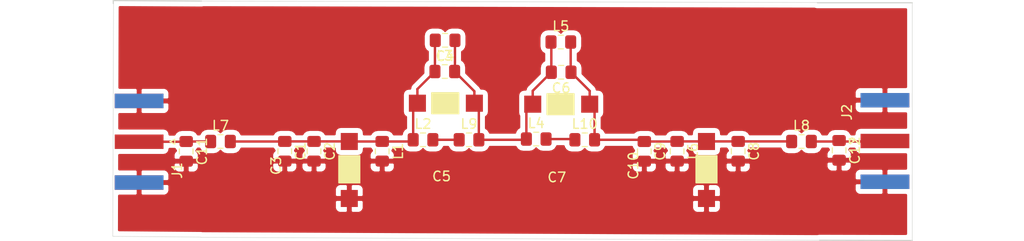
<source format=kicad_pcb>
(kicad_pcb (version 20171130) (host pcbnew "(6.0.0-rc1-dev-305-gf0b8b21)")

  (general
    (thickness 1.6)
    (drawings 9)
    (tracks 49)
    (zones 0)
    (modules 24)
    (nets 9)
  )

  (page A4)
  (layers
    (0 F.Cu signal)
    (31 B.Cu signal)
    (32 B.Adhes user)
    (33 F.Adhes user)
    (34 B.Paste user)
    (35 F.Paste user)
    (36 B.SilkS user)
    (37 F.SilkS user)
    (38 B.Mask user)
    (39 F.Mask user)
    (40 Dwgs.User user)
    (41 Cmts.User user)
    (42 Eco1.User user)
    (43 Eco2.User user)
    (44 Edge.Cuts user)
    (45 Margin user)
    (46 B.CrtYd user)
    (47 F.CrtYd user)
    (48 B.Fab user)
    (49 F.Fab user)
  )

  (setup
    (last_trace_width 0.25)
    (trace_clearance 0.2)
    (zone_clearance 0.508)
    (zone_45_only no)
    (trace_min 0.2)
    (via_size 0.8)
    (via_drill 0.4)
    (via_min_size 0.4)
    (via_min_drill 0.3)
    (uvia_size 0.3)
    (uvia_drill 0.1)
    (uvias_allowed no)
    (uvia_min_size 0.2)
    (uvia_min_drill 0.1)
    (edge_width 0.05)
    (segment_width 0.2)
    (pcb_text_width 0.3)
    (pcb_text_size 1.5 1.5)
    (mod_edge_width 0.12)
    (mod_text_size 1 1)
    (mod_text_width 0.15)
    (pad_size 1.524 1.524)
    (pad_drill 0.762)
    (pad_to_mask_clearance 0.2)
    (aux_axis_origin 0 0)
    (visible_elements FFFFFF7F)
    (pcbplotparams
      (layerselection 0x01000_7fffffff)
      (usegerberextensions false)
      (usegerberattributes false)
      (usegerberadvancedattributes false)
      (creategerberjobfile false)
      (excludeedgelayer true)
      (linewidth 0.100000)
      (plotframeref false)
      (viasonmask false)
      (mode 1)
      (useauxorigin false)
      (hpglpennumber 1)
      (hpglpenspeed 20)
      (hpglpendiameter 15.000000)
      (psnegative false)
      (psa4output false)
      (plotreference true)
      (plotvalue true)
      (plotinvisibletext false)
      (padsonsilk false)
      (subtractmaskfromsilk false)
      (outputformat 1)
      (mirror false)
      (drillshape 0)
      (scaleselection 1)
      (outputdirectory "../../../../../../../../../../Volumes/USB30FD/Conner/29.4 MHz Bandpass Filter/3rd Order Inverse/Series Inductors/"))
  )

  (net 0 "")
  (net 1 "Net-(C1-Pad1)")
  (net 2 GND)
  (net 3 "Net-(C4-Pad1)")
  (net 4 "Net-(C10-Pad1)")
  (net 5 "Net-(C11-Pad1)")
  (net 6 "Net-(C12-Pad1)")
  (net 7 "Net-(L2-Pad2)")
  (net 8 "Net-(L10-Pad1)")

  (net_class Default "This is the default net class."
    (clearance 0.2)
    (trace_width 0.25)
    (via_dia 0.8)
    (via_drill 0.4)
    (uvia_dia 0.3)
    (uvia_drill 0.1)
    (add_net GND)
    (add_net "Net-(C1-Pad1)")
    (add_net "Net-(C10-Pad1)")
    (add_net "Net-(C11-Pad1)")
    (add_net "Net-(C12-Pad1)")
    (add_net "Net-(C4-Pad1)")
    (add_net "Net-(L10-Pad1)")
    (add_net "Net-(L2-Pad2)")
  )

  (module Capacitor_SMD:C_0805_2012Metric_Pad1.15x1.40mm_HandSolder (layer F.Cu) (tedit 5B36C52B) (tstamp 5E27C3FC)
    (at 127.644 44.323 270)
    (descr "Capacitor SMD 0805 (2012 Metric), square (rectangular) end terminal, IPC_7351 nominal with elongated pad for handsoldering. (Body size source: https://docs.google.com/spreadsheets/d/1BsfQQcO9C6DZCsRaXUlFlo91Tg2WpOkGARC1WS5S8t0/edit?usp=sharing), generated with kicad-footprint-generator")
    (tags "capacitor handsolder")
    (path /5E276963)
    (attr smd)
    (fp_text reference C1 (at 0 -1.65 270) (layer F.SilkS)
      (effects (font (size 1 1) (thickness 0.15)))
    )
    (fp_text value 560p (at 0 1.65 270) (layer F.Fab)
      (effects (font (size 1 1) (thickness 0.15)))
    )
    (fp_line (start -1 0.6) (end -1 -0.6) (layer F.Fab) (width 0.1))
    (fp_line (start -1 -0.6) (end 1 -0.6) (layer F.Fab) (width 0.1))
    (fp_line (start 1 -0.6) (end 1 0.6) (layer F.Fab) (width 0.1))
    (fp_line (start 1 0.6) (end -1 0.6) (layer F.Fab) (width 0.1))
    (fp_line (start -0.261252 -0.71) (end 0.261252 -0.71) (layer F.SilkS) (width 0.12))
    (fp_line (start -0.261252 0.71) (end 0.261252 0.71) (layer F.SilkS) (width 0.12))
    (fp_line (start -1.85 0.95) (end -1.85 -0.95) (layer F.CrtYd) (width 0.05))
    (fp_line (start -1.85 -0.95) (end 1.85 -0.95) (layer F.CrtYd) (width 0.05))
    (fp_line (start 1.85 -0.95) (end 1.85 0.95) (layer F.CrtYd) (width 0.05))
    (fp_line (start 1.85 0.95) (end -1.85 0.95) (layer F.CrtYd) (width 0.05))
    (fp_text user %R (at 0 0 270) (layer F.Fab)
      (effects (font (size 0.5 0.5) (thickness 0.08)))
    )
    (pad 1 smd roundrect (at -1.025 0 270) (size 1.15 1.4) (layers F.Cu F.Paste F.Mask) (roundrect_rratio 0.217391)
      (net 1 "Net-(C1-Pad1)"))
    (pad 2 smd roundrect (at 1.025 0 270) (size 1.15 1.4) (layers F.Cu F.Paste F.Mask) (roundrect_rratio 0.217391)
      (net 2 GND))
    (model ${KISYS3DMOD}/Capacitor_SMD.3dshapes/C_0805_2012Metric.wrl
      (at (xyz 0 0 0))
      (scale (xyz 1 1 1))
      (rotate (xyz 0 0 0))
    )
  )

  (module Capacitor_SMD:C_0805_2012Metric_Pad1.15x1.40mm_HandSolder (layer F.Cu) (tedit 5B36C52B) (tstamp 5E27C40D)
    (at 130.692 44.323 270)
    (descr "Capacitor SMD 0805 (2012 Metric), square (rectangular) end terminal, IPC_7351 nominal with elongated pad for handsoldering. (Body size source: https://docs.google.com/spreadsheets/d/1BsfQQcO9C6DZCsRaXUlFlo91Tg2WpOkGARC1WS5S8t0/edit?usp=sharing), generated with kicad-footprint-generator")
    (tags "capacitor handsolder")
    (path /5E27699C)
    (attr smd)
    (fp_text reference C2 (at 0 -1.65 270) (layer F.SilkS)
      (effects (font (size 1 1) (thickness 0.15)))
    )
    (fp_text value 56pF (at 0 1.65 270) (layer F.Fab)
      (effects (font (size 1 1) (thickness 0.15)))
    )
    (fp_text user %R (at 0 0 270) (layer F.Fab)
      (effects (font (size 0.5 0.5) (thickness 0.08)))
    )
    (fp_line (start 1.85 0.95) (end -1.85 0.95) (layer F.CrtYd) (width 0.05))
    (fp_line (start 1.85 -0.95) (end 1.85 0.95) (layer F.CrtYd) (width 0.05))
    (fp_line (start -1.85 -0.95) (end 1.85 -0.95) (layer F.CrtYd) (width 0.05))
    (fp_line (start -1.85 0.95) (end -1.85 -0.95) (layer F.CrtYd) (width 0.05))
    (fp_line (start -0.261252 0.71) (end 0.261252 0.71) (layer F.SilkS) (width 0.12))
    (fp_line (start -0.261252 -0.71) (end 0.261252 -0.71) (layer F.SilkS) (width 0.12))
    (fp_line (start 1 0.6) (end -1 0.6) (layer F.Fab) (width 0.1))
    (fp_line (start 1 -0.6) (end 1 0.6) (layer F.Fab) (width 0.1))
    (fp_line (start -1 -0.6) (end 1 -0.6) (layer F.Fab) (width 0.1))
    (fp_line (start -1 0.6) (end -1 -0.6) (layer F.Fab) (width 0.1))
    (pad 2 smd roundrect (at 1.025 0 270) (size 1.15 1.4) (layers F.Cu F.Paste F.Mask) (roundrect_rratio 0.217391)
      (net 2 GND))
    (pad 1 smd roundrect (at -1.025 0 270) (size 1.15 1.4) (layers F.Cu F.Paste F.Mask) (roundrect_rratio 0.217391)
      (net 1 "Net-(C1-Pad1)"))
    (model ${KISYS3DMOD}/Capacitor_SMD.3dshapes/C_0805_2012Metric.wrl
      (at (xyz 0 0 0))
      (scale (xyz 1 1 1))
      (rotate (xyz 0 0 0))
    )
  )

  (module "Connector_PinHeader_2.54mm:Variable Capacitor" (layer F.Cu) (tedit 5E20EA9C) (tstamp 5E27C414)
    (at 134.366 45.823124 270)
    (path /5E2769F8)
    (fp_text reference C3 (at 0 7.62 270) (layer F.SilkS)
      (effects (font (size 1 1) (thickness 0.15)))
    )
    (fp_text value C_Variable (at 0 5.08 270) (layer F.Fab)
      (effects (font (size 1 1) (thickness 0.15)))
    )
    (fp_poly (pts (xy -1.016 -1.0795) (xy -1.016 1.0795) (xy 1.778 1.0795) (xy 1.778 -1.0795)) (layer F.SilkS) (width 0.15))
    (pad 1 smd rect (at -2.516124 0 270) (size 1.778 1.778) (layers F.Cu F.Paste F.Mask)
      (net 1 "Net-(C1-Pad1)"))
    (pad 2 smd rect (at 3.419348 0 270) (size 1.778 1.778) (layers F.Cu F.Paste F.Mask)
      (net 2 GND))
  )

  (module "Connector_PinHeader_2.54mm:Variable Capacitor" (layer F.Cu) (tedit 5E20EA9C) (tstamp 5E27C42C)
    (at 143.976852 39.3192)
    (path /5E2770B3)
    (fp_text reference C5 (at 0 7.62) (layer F.SilkS)
      (effects (font (size 1 1) (thickness 0.15)))
    )
    (fp_text value C_Variable (at 0 5.08) (layer F.Fab)
      (effects (font (size 1 1) (thickness 0.15)))
    )
    (fp_poly (pts (xy -1.016 -1.0795) (xy -1.016 1.0795) (xy 1.778 1.0795) (xy 1.778 -1.0795)) (layer F.SilkS) (width 0.15))
    (pad 1 smd rect (at -2.516124 0) (size 1.778 1.778) (layers F.Cu F.Paste F.Mask)
      (net 1 "Net-(C1-Pad1)"))
    (pad 2 smd rect (at 3.419348 0) (size 1.778 1.778) (layers F.Cu F.Paste F.Mask)
      (net 3 "Net-(C4-Pad1)"))
  )

  (module "Connector_PinHeader_2.54mm:Variable Capacitor" (layer F.Cu) (tedit 5E20EA9C) (tstamp 5E27C444)
    (at 155.991052 39.4208)
    (path /5E2772FD)
    (fp_text reference C7 (at 0 7.62) (layer F.SilkS)
      (effects (font (size 1 1) (thickness 0.15)))
    )
    (fp_text value C_Variable (at 0 5.08) (layer F.Fab)
      (effects (font (size 1 1) (thickness 0.15)))
    )
    (fp_poly (pts (xy -1.016 -1.0795) (xy -1.016 1.0795) (xy 1.778 1.0795) (xy 1.778 -1.0795)) (layer F.SilkS) (width 0.15))
    (pad 2 smd rect (at 3.419348 0) (size 1.778 1.778) (layers F.Cu F.Paste F.Mask)
      (net 4 "Net-(C10-Pad1)"))
    (pad 1 smd rect (at -2.516124 0) (size 1.778 1.778) (layers F.Cu F.Paste F.Mask)
      (net 3 "Net-(C4-Pad1)"))
  )

  (module Capacitor_SMD:C_0805_2012Metric_Pad1.15x1.40mm_HandSolder (layer F.Cu) (tedit 5B36C52B) (tstamp 5E27C455)
    (at 174.879 44.323 270)
    (descr "Capacitor SMD 0805 (2012 Metric), square (rectangular) end terminal, IPC_7351 nominal with elongated pad for handsoldering. (Body size source: https://docs.google.com/spreadsheets/d/1BsfQQcO9C6DZCsRaXUlFlo91Tg2WpOkGARC1WS5S8t0/edit?usp=sharing), generated with kicad-footprint-generator")
    (tags "capacitor handsolder")
    (path /5E276BA2)
    (attr smd)
    (fp_text reference C8 (at 0 -1.65 270) (layer F.SilkS)
      (effects (font (size 1 1) (thickness 0.15)))
    )
    (fp_text value 560pF (at 0 1.65 270) (layer F.Fab)
      (effects (font (size 1 1) (thickness 0.15)))
    )
    (fp_line (start -1 0.6) (end -1 -0.6) (layer F.Fab) (width 0.1))
    (fp_line (start -1 -0.6) (end 1 -0.6) (layer F.Fab) (width 0.1))
    (fp_line (start 1 -0.6) (end 1 0.6) (layer F.Fab) (width 0.1))
    (fp_line (start 1 0.6) (end -1 0.6) (layer F.Fab) (width 0.1))
    (fp_line (start -0.261252 -0.71) (end 0.261252 -0.71) (layer F.SilkS) (width 0.12))
    (fp_line (start -0.261252 0.71) (end 0.261252 0.71) (layer F.SilkS) (width 0.12))
    (fp_line (start -1.85 0.95) (end -1.85 -0.95) (layer F.CrtYd) (width 0.05))
    (fp_line (start -1.85 -0.95) (end 1.85 -0.95) (layer F.CrtYd) (width 0.05))
    (fp_line (start 1.85 -0.95) (end 1.85 0.95) (layer F.CrtYd) (width 0.05))
    (fp_line (start 1.85 0.95) (end -1.85 0.95) (layer F.CrtYd) (width 0.05))
    (fp_text user %R (at 0 0 270) (layer F.Fab)
      (effects (font (size 0.5 0.5) (thickness 0.08)))
    )
    (pad 1 smd roundrect (at -1.025 0 270) (size 1.15 1.4) (layers F.Cu F.Paste F.Mask) (roundrect_rratio 0.217391)
      (net 4 "Net-(C10-Pad1)"))
    (pad 2 smd roundrect (at 1.025 0 270) (size 1.15 1.4) (layers F.Cu F.Paste F.Mask) (roundrect_rratio 0.217391)
      (net 2 GND))
    (model ${KISYS3DMOD}/Capacitor_SMD.3dshapes/C_0805_2012Metric.wrl
      (at (xyz 0 0 0))
      (scale (xyz 1 1 1))
      (rotate (xyz 0 0 0))
    )
  )

  (module Capacitor_SMD:C_0805_2012Metric_Pad1.15x1.40mm_HandSolder (layer F.Cu) (tedit 5B36C52B) (tstamp 5E27C466)
    (at 165.1 44.332 270)
    (descr "Capacitor SMD 0805 (2012 Metric), square (rectangular) end terminal, IPC_7351 nominal with elongated pad for handsoldering. (Body size source: https://docs.google.com/spreadsheets/d/1BsfQQcO9C6DZCsRaXUlFlo91Tg2WpOkGARC1WS5S8t0/edit?usp=sharing), generated with kicad-footprint-generator")
    (tags "capacitor handsolder")
    (path /5E276BEC)
    (attr smd)
    (fp_text reference C9 (at 0 -1.65 270) (layer F.SilkS)
      (effects (font (size 1 1) (thickness 0.15)))
    )
    (fp_text value 56pF (at 0 1.65 270) (layer F.Fab)
      (effects (font (size 1 1) (thickness 0.15)))
    )
    (fp_text user %R (at 0 0 270) (layer F.Fab)
      (effects (font (size 0.5 0.5) (thickness 0.08)))
    )
    (fp_line (start 1.85 0.95) (end -1.85 0.95) (layer F.CrtYd) (width 0.05))
    (fp_line (start 1.85 -0.95) (end 1.85 0.95) (layer F.CrtYd) (width 0.05))
    (fp_line (start -1.85 -0.95) (end 1.85 -0.95) (layer F.CrtYd) (width 0.05))
    (fp_line (start -1.85 0.95) (end -1.85 -0.95) (layer F.CrtYd) (width 0.05))
    (fp_line (start -0.261252 0.71) (end 0.261252 0.71) (layer F.SilkS) (width 0.12))
    (fp_line (start -0.261252 -0.71) (end 0.261252 -0.71) (layer F.SilkS) (width 0.12))
    (fp_line (start 1 0.6) (end -1 0.6) (layer F.Fab) (width 0.1))
    (fp_line (start 1 -0.6) (end 1 0.6) (layer F.Fab) (width 0.1))
    (fp_line (start -1 -0.6) (end 1 -0.6) (layer F.Fab) (width 0.1))
    (fp_line (start -1 0.6) (end -1 -0.6) (layer F.Fab) (width 0.1))
    (pad 2 smd roundrect (at 1.025 0 270) (size 1.15 1.4) (layers F.Cu F.Paste F.Mask) (roundrect_rratio 0.217391)
      (net 2 GND))
    (pad 1 smd roundrect (at -1.025 0 270) (size 1.15 1.4) (layers F.Cu F.Paste F.Mask) (roundrect_rratio 0.217391)
      (net 4 "Net-(C10-Pad1)"))
    (model ${KISYS3DMOD}/Capacitor_SMD.3dshapes/C_0805_2012Metric.wrl
      (at (xyz 0 0 0))
      (scale (xyz 1 1 1))
      (rotate (xyz 0 0 0))
    )
  )

  (module "Connector_PinHeader_2.54mm:Variable Capacitor" (layer F.Cu) (tedit 5E20EA9C) (tstamp 5E27C46D)
    (at 171.577 45.823124 270)
    (path /5E276C50)
    (fp_text reference C10 (at 0 7.62 270) (layer F.SilkS)
      (effects (font (size 1 1) (thickness 0.15)))
    )
    (fp_text value C_Variable (at 0 5.08 270) (layer F.Fab)
      (effects (font (size 1 1) (thickness 0.15)))
    )
    (fp_poly (pts (xy -1.016 -1.0795) (xy -1.016 1.0795) (xy 1.778 1.0795) (xy 1.778 -1.0795)) (layer F.SilkS) (width 0.15))
    (pad 2 smd rect (at 3.419348 0 270) (size 1.778 1.778) (layers F.Cu F.Paste F.Mask)
      (net 2 GND))
    (pad 1 smd rect (at -2.516124 0 270) (size 1.778 1.778) (layers F.Cu F.Paste F.Mask)
      (net 4 "Net-(C10-Pad1)"))
  )

  (module Connector_Coaxial:SMA_Amphenol_132289_EdgeMount (layer F.Cu) (tedit 5A1C1810) (tstamp 5E27C490)
    (at 112.4712 43.3324 180)
    (descr http://www.amphenolrf.com/132289.html)
    (tags SMA)
    (path /5E2774D2)
    (attr smd)
    (fp_text reference J1 (at -3.96 -3 270) (layer F.SilkS)
      (effects (font (size 1 1) (thickness 0.15)))
    )
    (fp_text value Conn_Coaxial (at 5 6 180) (layer F.Fab)
      (effects (font (size 1 1) (thickness 0.15)))
    )
    (fp_line (start -1.91 5.08) (end 4.445 5.08) (layer F.Fab) (width 0.1))
    (fp_line (start -1.91 3.81) (end -1.91 5.08) (layer F.Fab) (width 0.1))
    (fp_line (start 2.54 3.81) (end -1.91 3.81) (layer F.Fab) (width 0.1))
    (fp_line (start 2.54 -3.81) (end 2.54 3.81) (layer F.Fab) (width 0.1))
    (fp_line (start -1.91 -3.81) (end 2.54 -3.81) (layer F.Fab) (width 0.1))
    (fp_line (start -1.91 -5.08) (end -1.91 -3.81) (layer F.Fab) (width 0.1))
    (fp_line (start -1.91 -5.08) (end 4.445 -5.08) (layer F.Fab) (width 0.1))
    (fp_line (start 4.445 -3.81) (end 4.445 -5.08) (layer F.Fab) (width 0.1))
    (fp_line (start 4.445 5.08) (end 4.445 3.81) (layer F.Fab) (width 0.1))
    (fp_line (start 13.97 3.81) (end 4.445 3.81) (layer F.Fab) (width 0.1))
    (fp_line (start 13.97 -3.81) (end 13.97 3.81) (layer F.Fab) (width 0.1))
    (fp_line (start 4.445 -3.81) (end 13.97 -3.81) (layer F.Fab) (width 0.1))
    (fp_line (start -3.04 5.58) (end -3.04 -5.58) (layer B.CrtYd) (width 0.05))
    (fp_line (start 14.47 5.58) (end -3.04 5.58) (layer B.CrtYd) (width 0.05))
    (fp_line (start 14.47 -5.58) (end 14.47 5.58) (layer B.CrtYd) (width 0.05))
    (fp_line (start 14.47 -5.58) (end -3.04 -5.58) (layer B.CrtYd) (width 0.05))
    (fp_line (start -3.04 5.58) (end -3.04 -5.58) (layer F.CrtYd) (width 0.05))
    (fp_line (start 14.47 5.58) (end -3.04 5.58) (layer F.CrtYd) (width 0.05))
    (fp_line (start 14.47 -5.58) (end 14.47 5.58) (layer F.CrtYd) (width 0.05))
    (fp_line (start 14.47 -5.58) (end -3.04 -5.58) (layer F.CrtYd) (width 0.05))
    (fp_text user %R (at 4.79 0 90) (layer F.Fab)
      (effects (font (size 1 1) (thickness 0.15)))
    )
    (fp_line (start 2.54 -0.75) (end 3.54 0) (layer F.Fab) (width 0.1))
    (fp_line (start 3.54 0) (end 2.54 0.75) (layer F.Fab) (width 0.1))
    (fp_line (start -3.21 0) (end -3.71 -0.25) (layer F.SilkS) (width 0.12))
    (fp_line (start -3.71 -0.25) (end -3.71 0.25) (layer F.SilkS) (width 0.12))
    (fp_line (start -3.71 0.25) (end -3.21 0) (layer F.SilkS) (width 0.12))
    (pad 1 smd rect (at 0 0 270) (size 1.5 5.08) (layers F.Cu F.Paste F.Mask)
      (net 5 "Net-(C11-Pad1)"))
    (pad 2 smd rect (at 0 -4.25 270) (size 1.5 5.08) (layers F.Cu F.Paste F.Mask)
      (net 2 GND))
    (pad 2 smd rect (at 0 4.25 270) (size 1.5 5.08) (layers F.Cu F.Paste F.Mask)
      (net 2 GND))
    (pad 2 smd rect (at 0 -4.25 270) (size 1.5 5.08) (layers B.Cu B.Paste B.Mask)
      (net 2 GND))
    (pad 2 smd rect (at 0 4.25 270) (size 1.5 5.08) (layers B.Cu B.Paste B.Mask)
      (net 2 GND))
    (model ${KISYS3DMOD}/Connector_Coaxial.3dshapes/SMA_Amphenol_132289_EdgeMount.wrl
      (at (xyz 0 0 0))
      (scale (xyz 1 1 1))
      (rotate (xyz 0 0 0))
    )
  )

  (module Connector_Coaxial:SMA_Amphenol_132289_EdgeMount (layer F.Cu) (tedit 5A1C1810) (tstamp 5E27C4B3)
    (at 190.1698 43.2562)
    (descr http://www.amphenolrf.com/132289.html)
    (tags SMA)
    (path /5E27740C)
    (attr smd)
    (fp_text reference J2 (at -3.96 -3 90) (layer F.SilkS)
      (effects (font (size 1 1) (thickness 0.15)))
    )
    (fp_text value Conn_Coaxial (at 5 6) (layer F.Fab)
      (effects (font (size 1 1) (thickness 0.15)))
    )
    (fp_line (start -3.71 0.25) (end -3.21 0) (layer F.SilkS) (width 0.12))
    (fp_line (start -3.71 -0.25) (end -3.71 0.25) (layer F.SilkS) (width 0.12))
    (fp_line (start -3.21 0) (end -3.71 -0.25) (layer F.SilkS) (width 0.12))
    (fp_line (start 3.54 0) (end 2.54 0.75) (layer F.Fab) (width 0.1))
    (fp_line (start 2.54 -0.75) (end 3.54 0) (layer F.Fab) (width 0.1))
    (fp_text user %R (at 4.79 0 270) (layer F.Fab)
      (effects (font (size 1 1) (thickness 0.15)))
    )
    (fp_line (start 14.47 -5.58) (end -3.04 -5.58) (layer F.CrtYd) (width 0.05))
    (fp_line (start 14.47 -5.58) (end 14.47 5.58) (layer F.CrtYd) (width 0.05))
    (fp_line (start 14.47 5.58) (end -3.04 5.58) (layer F.CrtYd) (width 0.05))
    (fp_line (start -3.04 5.58) (end -3.04 -5.58) (layer F.CrtYd) (width 0.05))
    (fp_line (start 14.47 -5.58) (end -3.04 -5.58) (layer B.CrtYd) (width 0.05))
    (fp_line (start 14.47 -5.58) (end 14.47 5.58) (layer B.CrtYd) (width 0.05))
    (fp_line (start 14.47 5.58) (end -3.04 5.58) (layer B.CrtYd) (width 0.05))
    (fp_line (start -3.04 5.58) (end -3.04 -5.58) (layer B.CrtYd) (width 0.05))
    (fp_line (start 4.445 -3.81) (end 13.97 -3.81) (layer F.Fab) (width 0.1))
    (fp_line (start 13.97 -3.81) (end 13.97 3.81) (layer F.Fab) (width 0.1))
    (fp_line (start 13.97 3.81) (end 4.445 3.81) (layer F.Fab) (width 0.1))
    (fp_line (start 4.445 5.08) (end 4.445 3.81) (layer F.Fab) (width 0.1))
    (fp_line (start 4.445 -3.81) (end 4.445 -5.08) (layer F.Fab) (width 0.1))
    (fp_line (start -1.91 -5.08) (end 4.445 -5.08) (layer F.Fab) (width 0.1))
    (fp_line (start -1.91 -5.08) (end -1.91 -3.81) (layer F.Fab) (width 0.1))
    (fp_line (start -1.91 -3.81) (end 2.54 -3.81) (layer F.Fab) (width 0.1))
    (fp_line (start 2.54 -3.81) (end 2.54 3.81) (layer F.Fab) (width 0.1))
    (fp_line (start 2.54 3.81) (end -1.91 3.81) (layer F.Fab) (width 0.1))
    (fp_line (start -1.91 3.81) (end -1.91 5.08) (layer F.Fab) (width 0.1))
    (fp_line (start -1.91 5.08) (end 4.445 5.08) (layer F.Fab) (width 0.1))
    (pad 2 smd rect (at 0 4.25 90) (size 1.5 5.08) (layers B.Cu B.Paste B.Mask)
      (net 2 GND))
    (pad 2 smd rect (at 0 -4.25 90) (size 1.5 5.08) (layers B.Cu B.Paste B.Mask)
      (net 2 GND))
    (pad 2 smd rect (at 0 4.25 90) (size 1.5 5.08) (layers F.Cu F.Paste F.Mask)
      (net 2 GND))
    (pad 2 smd rect (at 0 -4.25 90) (size 1.5 5.08) (layers F.Cu F.Paste F.Mask)
      (net 2 GND))
    (pad 1 smd rect (at 0 0 90) (size 1.5 5.08) (layers F.Cu F.Paste F.Mask)
      (net 6 "Net-(C12-Pad1)"))
    (model ${KISYS3DMOD}/Connector_Coaxial.3dshapes/SMA_Amphenol_132289_EdgeMount.wrl
      (at (xyz 0 0 0))
      (scale (xyz 1 1 1))
      (rotate (xyz 0 0 0))
    )
  )

  (module Inductor_SMD:L_0805_2012Metric_Pad1.15x1.40mm_HandSolder (layer F.Cu) (tedit 5B36C52B) (tstamp 5E27C4C4)
    (at 137.795 44.323 270)
    (descr "Capacitor SMD 0805 (2012 Metric), square (rectangular) end terminal, IPC_7351 nominal with elongated pad for handsoldering. (Body size source: https://docs.google.com/spreadsheets/d/1BsfQQcO9C6DZCsRaXUlFlo91Tg2WpOkGARC1WS5S8t0/edit?usp=sharing), generated with kicad-footprint-generator")
    (tags "inductor handsolder")
    (path /5E276A4B)
    (attr smd)
    (fp_text reference L1 (at 0 -1.65 270) (layer F.SilkS)
      (effects (font (size 1 1) (thickness 0.15)))
    )
    (fp_text value 47nH (at 0 1.65 270) (layer F.Fab)
      (effects (font (size 1 1) (thickness 0.15)))
    )
    (fp_line (start -1 0.6) (end -1 -0.6) (layer F.Fab) (width 0.1))
    (fp_line (start -1 -0.6) (end 1 -0.6) (layer F.Fab) (width 0.1))
    (fp_line (start 1 -0.6) (end 1 0.6) (layer F.Fab) (width 0.1))
    (fp_line (start 1 0.6) (end -1 0.6) (layer F.Fab) (width 0.1))
    (fp_line (start -0.261252 -0.71) (end 0.261252 -0.71) (layer F.SilkS) (width 0.12))
    (fp_line (start -0.261252 0.71) (end 0.261252 0.71) (layer F.SilkS) (width 0.12))
    (fp_line (start -1.85 0.95) (end -1.85 -0.95) (layer F.CrtYd) (width 0.05))
    (fp_line (start -1.85 -0.95) (end 1.85 -0.95) (layer F.CrtYd) (width 0.05))
    (fp_line (start 1.85 -0.95) (end 1.85 0.95) (layer F.CrtYd) (width 0.05))
    (fp_line (start 1.85 0.95) (end -1.85 0.95) (layer F.CrtYd) (width 0.05))
    (fp_text user %R (at 0 0 270) (layer F.Fab)
      (effects (font (size 0.5 0.5) (thickness 0.08)))
    )
    (pad 1 smd roundrect (at -1.025 0 270) (size 1.15 1.4) (layers F.Cu F.Paste F.Mask) (roundrect_rratio 0.217391)
      (net 1 "Net-(C1-Pad1)"))
    (pad 2 smd roundrect (at 1.025 0 270) (size 1.15 1.4) (layers F.Cu F.Paste F.Mask) (roundrect_rratio 0.217391)
      (net 2 GND))
    (model ${KISYS3DMOD}/Inductor_SMD.3dshapes/L_0805_2012Metric.wrl
      (at (xyz 0 0 0))
      (scale (xyz 1 1 1))
      (rotate (xyz 0 0 0))
    )
  )

  (module Inductor_SMD:L_0805_2012Metric_Pad1.15x1.40mm_HandSolder (layer F.Cu) (tedit 5B36C52B) (tstamp 5E27C4D5)
    (at 142.0458 43.1292)
    (descr "Capacitor SMD 0805 (2012 Metric), square (rectangular) end terminal, IPC_7351 nominal with elongated pad for handsoldering. (Body size source: https://docs.google.com/spreadsheets/d/1BsfQQcO9C6DZCsRaXUlFlo91Tg2WpOkGARC1WS5S8t0/edit?usp=sharing), generated with kicad-footprint-generator")
    (tags "inductor handsolder")
    (path /5E277001)
    (attr smd)
    (fp_text reference L2 (at 0 -1.65) (layer F.SilkS)
      (effects (font (size 1 1) (thickness 0.15)))
    )
    (fp_text value 680nH (at 0 1.65) (layer F.Fab)
      (effects (font (size 1 1) (thickness 0.15)))
    )
    (fp_text user %R (at 0 0) (layer F.Fab)
      (effects (font (size 0.5 0.5) (thickness 0.08)))
    )
    (fp_line (start 1.85 0.95) (end -1.85 0.95) (layer F.CrtYd) (width 0.05))
    (fp_line (start 1.85 -0.95) (end 1.85 0.95) (layer F.CrtYd) (width 0.05))
    (fp_line (start -1.85 -0.95) (end 1.85 -0.95) (layer F.CrtYd) (width 0.05))
    (fp_line (start -1.85 0.95) (end -1.85 -0.95) (layer F.CrtYd) (width 0.05))
    (fp_line (start -0.261252 0.71) (end 0.261252 0.71) (layer F.SilkS) (width 0.12))
    (fp_line (start -0.261252 -0.71) (end 0.261252 -0.71) (layer F.SilkS) (width 0.12))
    (fp_line (start 1 0.6) (end -1 0.6) (layer F.Fab) (width 0.1))
    (fp_line (start 1 -0.6) (end 1 0.6) (layer F.Fab) (width 0.1))
    (fp_line (start -1 -0.6) (end 1 -0.6) (layer F.Fab) (width 0.1))
    (fp_line (start -1 0.6) (end -1 -0.6) (layer F.Fab) (width 0.1))
    (pad 2 smd roundrect (at 1.025 0) (size 1.15 1.4) (layers F.Cu F.Paste F.Mask) (roundrect_rratio 0.217391)
      (net 7 "Net-(L2-Pad2)"))
    (pad 1 smd roundrect (at -1.025 0) (size 1.15 1.4) (layers F.Cu F.Paste F.Mask) (roundrect_rratio 0.217391)
      (net 1 "Net-(C1-Pad1)"))
    (model ${KISYS3DMOD}/Inductor_SMD.3dshapes/L_0805_2012Metric.wrl
      (at (xyz 0 0 0))
      (scale (xyz 1 1 1))
      (rotate (xyz 0 0 0))
    )
  )

  (module Inductor_SMD:L_0805_2012Metric_Pad1.15x1.40mm_HandSolder (layer F.Cu) (tedit 5B36C52B) (tstamp 5E27C4E6)
    (at 144.3138 36.0172)
    (descr "Capacitor SMD 0805 (2012 Metric), square (rectangular) end terminal, IPC_7351 nominal with elongated pad for handsoldering. (Body size source: https://docs.google.com/spreadsheets/d/1BsfQQcO9C6DZCsRaXUlFlo91Tg2WpOkGARC1WS5S8t0/edit?usp=sharing), generated with kicad-footprint-generator")
    (tags "inductor handsolder")
    (path /5E276AB0)
    (attr smd)
    (fp_text reference L3 (at 0 -1.65) (layer F.SilkS)
      (effects (font (size 1 1) (thickness 0.15)))
    )
    (fp_text value L (at 0 1.65) (layer F.Fab)
      (effects (font (size 1 1) (thickness 0.15)))
    )
    (fp_text user %R (at 0 0) (layer F.Fab)
      (effects (font (size 0.5 0.5) (thickness 0.08)))
    )
    (fp_line (start 1.85 0.95) (end -1.85 0.95) (layer F.CrtYd) (width 0.05))
    (fp_line (start 1.85 -0.95) (end 1.85 0.95) (layer F.CrtYd) (width 0.05))
    (fp_line (start -1.85 -0.95) (end 1.85 -0.95) (layer F.CrtYd) (width 0.05))
    (fp_line (start -1.85 0.95) (end -1.85 -0.95) (layer F.CrtYd) (width 0.05))
    (fp_line (start -0.261252 0.71) (end 0.261252 0.71) (layer F.SilkS) (width 0.12))
    (fp_line (start -0.261252 -0.71) (end 0.261252 -0.71) (layer F.SilkS) (width 0.12))
    (fp_line (start 1 0.6) (end -1 0.6) (layer F.Fab) (width 0.1))
    (fp_line (start 1 -0.6) (end 1 0.6) (layer F.Fab) (width 0.1))
    (fp_line (start -1 -0.6) (end 1 -0.6) (layer F.Fab) (width 0.1))
    (fp_line (start -1 0.6) (end -1 -0.6) (layer F.Fab) (width 0.1))
    (pad 2 smd roundrect (at 1.025 0) (size 1.15 1.4) (layers F.Cu F.Paste F.Mask) (roundrect_rratio 0.217391)
      (net 3 "Net-(C4-Pad1)"))
    (pad 1 smd roundrect (at -1.025 0) (size 1.15 1.4) (layers F.Cu F.Paste F.Mask) (roundrect_rratio 0.217391)
      (net 1 "Net-(C1-Pad1)"))
    (model ${KISYS3DMOD}/Inductor_SMD.3dshapes/L_0805_2012Metric.wrl
      (at (xyz 0 0 0))
      (scale (xyz 1 1 1))
      (rotate (xyz 0 0 0))
    )
  )

  (module Inductor_SMD:L_0805_2012Metric_Pad1.15x1.40mm_HandSolder (layer F.Cu) (tedit 5B36C52B) (tstamp 5E27C4F7)
    (at 153.8388 43.053)
    (descr "Capacitor SMD 0805 (2012 Metric), square (rectangular) end terminal, IPC_7351 nominal with elongated pad for handsoldering. (Body size source: https://docs.google.com/spreadsheets/d/1BsfQQcO9C6DZCsRaXUlFlo91Tg2WpOkGARC1WS5S8t0/edit?usp=sharing), generated with kicad-footprint-generator")
    (tags "inductor handsolder")
    (path /5E276F67)
    (attr smd)
    (fp_text reference L4 (at 0 -1.65) (layer F.SilkS)
      (effects (font (size 1 1) (thickness 0.15)))
    )
    (fp_text value 1.5uH (at 0 1.65) (layer F.Fab)
      (effects (font (size 1 1) (thickness 0.15)))
    )
    (fp_line (start -1 0.6) (end -1 -0.6) (layer F.Fab) (width 0.1))
    (fp_line (start -1 -0.6) (end 1 -0.6) (layer F.Fab) (width 0.1))
    (fp_line (start 1 -0.6) (end 1 0.6) (layer F.Fab) (width 0.1))
    (fp_line (start 1 0.6) (end -1 0.6) (layer F.Fab) (width 0.1))
    (fp_line (start -0.261252 -0.71) (end 0.261252 -0.71) (layer F.SilkS) (width 0.12))
    (fp_line (start -0.261252 0.71) (end 0.261252 0.71) (layer F.SilkS) (width 0.12))
    (fp_line (start -1.85 0.95) (end -1.85 -0.95) (layer F.CrtYd) (width 0.05))
    (fp_line (start -1.85 -0.95) (end 1.85 -0.95) (layer F.CrtYd) (width 0.05))
    (fp_line (start 1.85 -0.95) (end 1.85 0.95) (layer F.CrtYd) (width 0.05))
    (fp_line (start 1.85 0.95) (end -1.85 0.95) (layer F.CrtYd) (width 0.05))
    (fp_text user %R (at 0 0) (layer F.Fab)
      (effects (font (size 0.5 0.5) (thickness 0.08)))
    )
    (pad 1 smd roundrect (at -1.025 0) (size 1.15 1.4) (layers F.Cu F.Paste F.Mask) (roundrect_rratio 0.217391)
      (net 3 "Net-(C4-Pad1)"))
    (pad 2 smd roundrect (at 1.025 0) (size 1.15 1.4) (layers F.Cu F.Paste F.Mask) (roundrect_rratio 0.217391)
      (net 8 "Net-(L10-Pad1)"))
    (model ${KISYS3DMOD}/Inductor_SMD.3dshapes/L_0805_2012Metric.wrl
      (at (xyz 0 0 0))
      (scale (xyz 1 1 1))
      (rotate (xyz 0 0 0))
    )
  )

  (module Inductor_SMD:L_0805_2012Metric_Pad1.15x1.40mm_HandSolder (layer F.Cu) (tedit 5B36C52B) (tstamp 5E27C508)
    (at 156.4042 32.9438)
    (descr "Capacitor SMD 0805 (2012 Metric), square (rectangular) end terminal, IPC_7351 nominal with elongated pad for handsoldering. (Body size source: https://docs.google.com/spreadsheets/d/1BsfQQcO9C6DZCsRaXUlFlo91Tg2WpOkGARC1WS5S8t0/edit?usp=sharing), generated with kicad-footprint-generator")
    (tags "inductor handsolder")
    (path /5E276DA0)
    (attr smd)
    (fp_text reference L5 (at 0 -1.65) (layer F.SilkS)
      (effects (font (size 1 1) (thickness 0.15)))
    )
    (fp_text value L (at 0 1.65) (layer F.Fab)
      (effects (font (size 1 1) (thickness 0.15)))
    )
    (fp_text user %R (at 0 0) (layer F.Fab)
      (effects (font (size 0.5 0.5) (thickness 0.08)))
    )
    (fp_line (start 1.85 0.95) (end -1.85 0.95) (layer F.CrtYd) (width 0.05))
    (fp_line (start 1.85 -0.95) (end 1.85 0.95) (layer F.CrtYd) (width 0.05))
    (fp_line (start -1.85 -0.95) (end 1.85 -0.95) (layer F.CrtYd) (width 0.05))
    (fp_line (start -1.85 0.95) (end -1.85 -0.95) (layer F.CrtYd) (width 0.05))
    (fp_line (start -0.261252 0.71) (end 0.261252 0.71) (layer F.SilkS) (width 0.12))
    (fp_line (start -0.261252 -0.71) (end 0.261252 -0.71) (layer F.SilkS) (width 0.12))
    (fp_line (start 1 0.6) (end -1 0.6) (layer F.Fab) (width 0.1))
    (fp_line (start 1 -0.6) (end 1 0.6) (layer F.Fab) (width 0.1))
    (fp_line (start -1 -0.6) (end 1 -0.6) (layer F.Fab) (width 0.1))
    (fp_line (start -1 0.6) (end -1 -0.6) (layer F.Fab) (width 0.1))
    (pad 2 smd roundrect (at 1.025 0) (size 1.15 1.4) (layers F.Cu F.Paste F.Mask) (roundrect_rratio 0.217391)
      (net 4 "Net-(C10-Pad1)"))
    (pad 1 smd roundrect (at -1.025 0) (size 1.15 1.4) (layers F.Cu F.Paste F.Mask) (roundrect_rratio 0.217391)
      (net 3 "Net-(C4-Pad1)"))
    (model ${KISYS3DMOD}/Inductor_SMD.3dshapes/L_0805_2012Metric.wrl
      (at (xyz 0 0 0))
      (scale (xyz 1 1 1))
      (rotate (xyz 0 0 0))
    )
  )

  (module Inductor_SMD:L_0805_2012Metric_Pad1.15x1.40mm_HandSolder (layer F.Cu) (tedit 5B36C52B) (tstamp 5E27C519)
    (at 168.52 44.323 270)
    (descr "Capacitor SMD 0805 (2012 Metric), square (rectangular) end terminal, IPC_7351 nominal with elongated pad for handsoldering. (Body size source: https://docs.google.com/spreadsheets/d/1BsfQQcO9C6DZCsRaXUlFlo91Tg2WpOkGARC1WS5S8t0/edit?usp=sharing), generated with kicad-footprint-generator")
    (tags "inductor handsolder")
    (path /5E276CB9)
    (attr smd)
    (fp_text reference L6 (at 0 -1.65 270) (layer F.SilkS)
      (effects (font (size 1 1) (thickness 0.15)))
    )
    (fp_text value 47nH (at 0 1.65 270) (layer F.Fab)
      (effects (font (size 1 1) (thickness 0.15)))
    )
    (fp_line (start -1 0.6) (end -1 -0.6) (layer F.Fab) (width 0.1))
    (fp_line (start -1 -0.6) (end 1 -0.6) (layer F.Fab) (width 0.1))
    (fp_line (start 1 -0.6) (end 1 0.6) (layer F.Fab) (width 0.1))
    (fp_line (start 1 0.6) (end -1 0.6) (layer F.Fab) (width 0.1))
    (fp_line (start -0.261252 -0.71) (end 0.261252 -0.71) (layer F.SilkS) (width 0.12))
    (fp_line (start -0.261252 0.71) (end 0.261252 0.71) (layer F.SilkS) (width 0.12))
    (fp_line (start -1.85 0.95) (end -1.85 -0.95) (layer F.CrtYd) (width 0.05))
    (fp_line (start -1.85 -0.95) (end 1.85 -0.95) (layer F.CrtYd) (width 0.05))
    (fp_line (start 1.85 -0.95) (end 1.85 0.95) (layer F.CrtYd) (width 0.05))
    (fp_line (start 1.85 0.95) (end -1.85 0.95) (layer F.CrtYd) (width 0.05))
    (fp_text user %R (at 0 0 270) (layer F.Fab)
      (effects (font (size 0.5 0.5) (thickness 0.08)))
    )
    (pad 1 smd roundrect (at -1.025 0 270) (size 1.15 1.4) (layers F.Cu F.Paste F.Mask) (roundrect_rratio 0.217391)
      (net 4 "Net-(C10-Pad1)"))
    (pad 2 smd roundrect (at 1.025 0 270) (size 1.15 1.4) (layers F.Cu F.Paste F.Mask) (roundrect_rratio 0.217391)
      (net 2 GND))
    (model ${KISYS3DMOD}/Inductor_SMD.3dshapes/L_0805_2012Metric.wrl
      (at (xyz 0 0 0))
      (scale (xyz 1 1 1))
      (rotate (xyz 0 0 0))
    )
  )

  (module Capacitor_SMD:C_0805_2012Metric_Pad1.15x1.40mm_HandSolder (layer F.Cu) (tedit 5B36C52B) (tstamp 5E27CCEE)
    (at 144.3482 32.766 180)
    (descr "Capacitor SMD 0805 (2012 Metric), square (rectangular) end terminal, IPC_7351 nominal with elongated pad for handsoldering. (Body size source: https://docs.google.com/spreadsheets/d/1BsfQQcO9C6DZCsRaXUlFlo91Tg2WpOkGARC1WS5S8t0/edit?usp=sharing), generated with kicad-footprint-generator")
    (tags "capacitor handsolder")
    (path /5E276EEB)
    (attr smd)
    (fp_text reference C4 (at 0 -1.65 180) (layer F.SilkS)
      (effects (font (size 1 1) (thickness 0.15)))
    )
    (fp_text value 18pF (at 0 1.65 180) (layer F.Fab)
      (effects (font (size 1 1) (thickness 0.15)))
    )
    (fp_text user %R (at 0 0 180) (layer F.Fab)
      (effects (font (size 0.5 0.5) (thickness 0.08)))
    )
    (fp_line (start 1.85 0.95) (end -1.85 0.95) (layer F.CrtYd) (width 0.05))
    (fp_line (start 1.85 -0.95) (end 1.85 0.95) (layer F.CrtYd) (width 0.05))
    (fp_line (start -1.85 -0.95) (end 1.85 -0.95) (layer F.CrtYd) (width 0.05))
    (fp_line (start -1.85 0.95) (end -1.85 -0.95) (layer F.CrtYd) (width 0.05))
    (fp_line (start -0.261252 0.71) (end 0.261252 0.71) (layer F.SilkS) (width 0.12))
    (fp_line (start -0.261252 -0.71) (end 0.261252 -0.71) (layer F.SilkS) (width 0.12))
    (fp_line (start 1 0.6) (end -1 0.6) (layer F.Fab) (width 0.1))
    (fp_line (start 1 -0.6) (end 1 0.6) (layer F.Fab) (width 0.1))
    (fp_line (start -1 -0.6) (end 1 -0.6) (layer F.Fab) (width 0.1))
    (fp_line (start -1 0.6) (end -1 -0.6) (layer F.Fab) (width 0.1))
    (pad 2 smd roundrect (at 1.025 0 180) (size 1.15 1.4) (layers F.Cu F.Paste F.Mask) (roundrect_rratio 0.217391)
      (net 1 "Net-(C1-Pad1)"))
    (pad 1 smd roundrect (at -1.025 0 180) (size 1.15 1.4) (layers F.Cu F.Paste F.Mask) (roundrect_rratio 0.217391)
      (net 3 "Net-(C4-Pad1)"))
    (model ${KISYS3DMOD}/Capacitor_SMD.3dshapes/C_0805_2012Metric.wrl
      (at (xyz 0 0 0))
      (scale (xyz 1 1 1))
      (rotate (xyz 0 0 0))
    )
  )

  (module Capacitor_SMD:C_0805_2012Metric_Pad1.15x1.40mm_HandSolder (layer F.Cu) (tedit 5B36C52B) (tstamp 5E27CCFE)
    (at 156.4386 36.0934 180)
    (descr "Capacitor SMD 0805 (2012 Metric), square (rectangular) end terminal, IPC_7351 nominal with elongated pad for handsoldering. (Body size source: https://docs.google.com/spreadsheets/d/1BsfQQcO9C6DZCsRaXUlFlo91Tg2WpOkGARC1WS5S8t0/edit?usp=sharing), generated with kicad-footprint-generator")
    (tags "capacitor handsolder")
    (path /5E276E5D)
    (attr smd)
    (fp_text reference C6 (at 0 -1.65 180) (layer F.SilkS)
      (effects (font (size 1 1) (thickness 0.15)))
    )
    (fp_text value 43pF (at 0 1.65 180) (layer F.Fab)
      (effects (font (size 1 1) (thickness 0.15)))
    )
    (fp_line (start -1 0.6) (end -1 -0.6) (layer F.Fab) (width 0.1))
    (fp_line (start -1 -0.6) (end 1 -0.6) (layer F.Fab) (width 0.1))
    (fp_line (start 1 -0.6) (end 1 0.6) (layer F.Fab) (width 0.1))
    (fp_line (start 1 0.6) (end -1 0.6) (layer F.Fab) (width 0.1))
    (fp_line (start -0.261252 -0.71) (end 0.261252 -0.71) (layer F.SilkS) (width 0.12))
    (fp_line (start -0.261252 0.71) (end 0.261252 0.71) (layer F.SilkS) (width 0.12))
    (fp_line (start -1.85 0.95) (end -1.85 -0.95) (layer F.CrtYd) (width 0.05))
    (fp_line (start -1.85 -0.95) (end 1.85 -0.95) (layer F.CrtYd) (width 0.05))
    (fp_line (start 1.85 -0.95) (end 1.85 0.95) (layer F.CrtYd) (width 0.05))
    (fp_line (start 1.85 0.95) (end -1.85 0.95) (layer F.CrtYd) (width 0.05))
    (fp_text user %R (at 0 0 180) (layer F.Fab)
      (effects (font (size 0.5 0.5) (thickness 0.08)))
    )
    (pad 1 smd roundrect (at -1.025 0 180) (size 1.15 1.4) (layers F.Cu F.Paste F.Mask) (roundrect_rratio 0.217391)
      (net 4 "Net-(C10-Pad1)"))
    (pad 2 smd roundrect (at 1.025 0 180) (size 1.15 1.4) (layers F.Cu F.Paste F.Mask) (roundrect_rratio 0.217391)
      (net 3 "Net-(C4-Pad1)"))
    (model ${KISYS3DMOD}/Capacitor_SMD.3dshapes/C_0805_2012Metric.wrl
      (at (xyz 0 0 0))
      (scale (xyz 1 1 1))
      (rotate (xyz 0 0 0))
    )
  )

  (module Capacitor_SMD:C_0805_2012Metric_Pad1.15x1.40mm_HandSolder (layer F.Cu) (tedit 5B36C52B) (tstamp 5E280ECE)
    (at 117.3734 44.332 270)
    (descr "Capacitor SMD 0805 (2012 Metric), square (rectangular) end terminal, IPC_7351 nominal with elongated pad for handsoldering. (Body size source: https://docs.google.com/spreadsheets/d/1BsfQQcO9C6DZCsRaXUlFlo91Tg2WpOkGARC1WS5S8t0/edit?usp=sharing), generated with kicad-footprint-generator")
    (tags "capacitor handsolder")
    (path /5E28138E)
    (attr smd)
    (fp_text reference C11 (at 0 -1.65 270) (layer F.SilkS)
      (effects (font (size 1 1) (thickness 0.15)))
    )
    (fp_text value 58.44pF (at 0 1.65 270) (layer F.Fab)
      (effects (font (size 1 1) (thickness 0.15)))
    )
    (fp_line (start -1 0.6) (end -1 -0.6) (layer F.Fab) (width 0.1))
    (fp_line (start -1 -0.6) (end 1 -0.6) (layer F.Fab) (width 0.1))
    (fp_line (start 1 -0.6) (end 1 0.6) (layer F.Fab) (width 0.1))
    (fp_line (start 1 0.6) (end -1 0.6) (layer F.Fab) (width 0.1))
    (fp_line (start -0.261252 -0.71) (end 0.261252 -0.71) (layer F.SilkS) (width 0.12))
    (fp_line (start -0.261252 0.71) (end 0.261252 0.71) (layer F.SilkS) (width 0.12))
    (fp_line (start -1.85 0.95) (end -1.85 -0.95) (layer F.CrtYd) (width 0.05))
    (fp_line (start -1.85 -0.95) (end 1.85 -0.95) (layer F.CrtYd) (width 0.05))
    (fp_line (start 1.85 -0.95) (end 1.85 0.95) (layer F.CrtYd) (width 0.05))
    (fp_line (start 1.85 0.95) (end -1.85 0.95) (layer F.CrtYd) (width 0.05))
    (fp_text user %R (at 0 0 270) (layer F.Fab)
      (effects (font (size 0.5 0.5) (thickness 0.08)))
    )
    (pad 1 smd roundrect (at -1.025 0 270) (size 1.15 1.4) (layers F.Cu F.Paste F.Mask) (roundrect_rratio 0.217391)
      (net 5 "Net-(C11-Pad1)"))
    (pad 2 smd roundrect (at 1.025 0 270) (size 1.15 1.4) (layers F.Cu F.Paste F.Mask) (roundrect_rratio 0.217391)
      (net 2 GND))
    (model ${KISYS3DMOD}/Capacitor_SMD.3dshapes/C_0805_2012Metric.wrl
      (at (xyz 0 0 0))
      (scale (xyz 1 1 1))
      (rotate (xyz 0 0 0))
    )
  )

  (module Capacitor_SMD:C_0805_2012Metric_Pad1.15x1.40mm_HandSolder (layer F.Cu) (tedit 5B36C52B) (tstamp 5E280EDF)
    (at 185.3946 44.2304 270)
    (descr "Capacitor SMD 0805 (2012 Metric), square (rectangular) end terminal, IPC_7351 nominal with elongated pad for handsoldering. (Body size source: https://docs.google.com/spreadsheets/d/1BsfQQcO9C6DZCsRaXUlFlo91Tg2WpOkGARC1WS5S8t0/edit?usp=sharing), generated with kicad-footprint-generator")
    (tags "capacitor handsolder")
    (path /5E283E7E)
    (attr smd)
    (fp_text reference C12 (at 0 -1.65 270) (layer F.SilkS)
      (effects (font (size 1 1) (thickness 0.15)))
    )
    (fp_text value 85.29pF (at 0 1.65 270) (layer F.Fab)
      (effects (font (size 1 1) (thickness 0.15)))
    )
    (fp_text user %R (at 0 0 270) (layer F.Fab)
      (effects (font (size 0.5 0.5) (thickness 0.08)))
    )
    (fp_line (start 1.85 0.95) (end -1.85 0.95) (layer F.CrtYd) (width 0.05))
    (fp_line (start 1.85 -0.95) (end 1.85 0.95) (layer F.CrtYd) (width 0.05))
    (fp_line (start -1.85 -0.95) (end 1.85 -0.95) (layer F.CrtYd) (width 0.05))
    (fp_line (start -1.85 0.95) (end -1.85 -0.95) (layer F.CrtYd) (width 0.05))
    (fp_line (start -0.261252 0.71) (end 0.261252 0.71) (layer F.SilkS) (width 0.12))
    (fp_line (start -0.261252 -0.71) (end 0.261252 -0.71) (layer F.SilkS) (width 0.12))
    (fp_line (start 1 0.6) (end -1 0.6) (layer F.Fab) (width 0.1))
    (fp_line (start 1 -0.6) (end 1 0.6) (layer F.Fab) (width 0.1))
    (fp_line (start -1 -0.6) (end 1 -0.6) (layer F.Fab) (width 0.1))
    (fp_line (start -1 0.6) (end -1 -0.6) (layer F.Fab) (width 0.1))
    (pad 2 smd roundrect (at 1.025 0 270) (size 1.15 1.4) (layers F.Cu F.Paste F.Mask) (roundrect_rratio 0.217391)
      (net 2 GND))
    (pad 1 smd roundrect (at -1.025 0 270) (size 1.15 1.4) (layers F.Cu F.Paste F.Mask) (roundrect_rratio 0.217391)
      (net 6 "Net-(C12-Pad1)"))
    (model ${KISYS3DMOD}/Capacitor_SMD.3dshapes/C_0805_2012Metric.wrl
      (at (xyz 0 0 0))
      (scale (xyz 1 1 1))
      (rotate (xyz 0 0 0))
    )
  )

  (module Inductor_SMD:L_0805_2012Metric_Pad1.15x1.40mm_HandSolder (layer F.Cu) (tedit 5B36C52B) (tstamp 5E280EF0)
    (at 120.9458 43.307)
    (descr "Capacitor SMD 0805 (2012 Metric), square (rectangular) end terminal, IPC_7351 nominal with elongated pad for handsoldering. (Body size source: https://docs.google.com/spreadsheets/d/1BsfQQcO9C6DZCsRaXUlFlo91Tg2WpOkGARC1WS5S8t0/edit?usp=sharing), generated with kicad-footprint-generator")
    (tags "inductor handsolder")
    (path /5E2812E7)
    (attr smd)
    (fp_text reference L7 (at 0 -1.65) (layer F.SilkS)
      (effects (font (size 1 1) (thickness 0.15)))
    )
    (fp_text value 119.7nH (at 0 1.65) (layer F.Fab)
      (effects (font (size 1 1) (thickness 0.15)))
    )
    (fp_line (start -1 0.6) (end -1 -0.6) (layer F.Fab) (width 0.1))
    (fp_line (start -1 -0.6) (end 1 -0.6) (layer F.Fab) (width 0.1))
    (fp_line (start 1 -0.6) (end 1 0.6) (layer F.Fab) (width 0.1))
    (fp_line (start 1 0.6) (end -1 0.6) (layer F.Fab) (width 0.1))
    (fp_line (start -0.261252 -0.71) (end 0.261252 -0.71) (layer F.SilkS) (width 0.12))
    (fp_line (start -0.261252 0.71) (end 0.261252 0.71) (layer F.SilkS) (width 0.12))
    (fp_line (start -1.85 0.95) (end -1.85 -0.95) (layer F.CrtYd) (width 0.05))
    (fp_line (start -1.85 -0.95) (end 1.85 -0.95) (layer F.CrtYd) (width 0.05))
    (fp_line (start 1.85 -0.95) (end 1.85 0.95) (layer F.CrtYd) (width 0.05))
    (fp_line (start 1.85 0.95) (end -1.85 0.95) (layer F.CrtYd) (width 0.05))
    (fp_text user %R (at 0 0) (layer F.Fab)
      (effects (font (size 0.5 0.5) (thickness 0.08)))
    )
    (pad 1 smd roundrect (at -1.025 0) (size 1.15 1.4) (layers F.Cu F.Paste F.Mask) (roundrect_rratio 0.217391)
      (net 5 "Net-(C11-Pad1)"))
    (pad 2 smd roundrect (at 1.025 0) (size 1.15 1.4) (layers F.Cu F.Paste F.Mask) (roundrect_rratio 0.217391)
      (net 1 "Net-(C1-Pad1)"))
    (model ${KISYS3DMOD}/Inductor_SMD.3dshapes/L_0805_2012Metric.wrl
      (at (xyz 0 0 0))
      (scale (xyz 1 1 1))
      (rotate (xyz 0 0 0))
    )
  )

  (module Inductor_SMD:L_0805_2012Metric_Pad1.15x1.40mm_HandSolder (layer F.Cu) (tedit 5B36C52B) (tstamp 5E280F01)
    (at 181.474 43.307)
    (descr "Capacitor SMD 0805 (2012 Metric), square (rectangular) end terminal, IPC_7351 nominal with elongated pad for handsoldering. (Body size source: https://docs.google.com/spreadsheets/d/1BsfQQcO9C6DZCsRaXUlFlo91Tg2WpOkGARC1WS5S8t0/edit?usp=sharing), generated with kicad-footprint-generator")
    (tags "inductor handsolder")
    (path /5E283F21)
    (attr smd)
    (fp_text reference L8 (at 0 -1.65) (layer F.SilkS)
      (effects (font (size 1 1) (thickness 0.15)))
    )
    (fp_text value 120nH (at 0 1.65) (layer F.Fab)
      (effects (font (size 1 1) (thickness 0.15)))
    )
    (fp_text user %R (at 0 0) (layer F.Fab)
      (effects (font (size 0.5 0.5) (thickness 0.08)))
    )
    (fp_line (start 1.85 0.95) (end -1.85 0.95) (layer F.CrtYd) (width 0.05))
    (fp_line (start 1.85 -0.95) (end 1.85 0.95) (layer F.CrtYd) (width 0.05))
    (fp_line (start -1.85 -0.95) (end 1.85 -0.95) (layer F.CrtYd) (width 0.05))
    (fp_line (start -1.85 0.95) (end -1.85 -0.95) (layer F.CrtYd) (width 0.05))
    (fp_line (start -0.261252 0.71) (end 0.261252 0.71) (layer F.SilkS) (width 0.12))
    (fp_line (start -0.261252 -0.71) (end 0.261252 -0.71) (layer F.SilkS) (width 0.12))
    (fp_line (start 1 0.6) (end -1 0.6) (layer F.Fab) (width 0.1))
    (fp_line (start 1 -0.6) (end 1 0.6) (layer F.Fab) (width 0.1))
    (fp_line (start -1 -0.6) (end 1 -0.6) (layer F.Fab) (width 0.1))
    (fp_line (start -1 0.6) (end -1 -0.6) (layer F.Fab) (width 0.1))
    (pad 2 smd roundrect (at 1.025 0) (size 1.15 1.4) (layers F.Cu F.Paste F.Mask) (roundrect_rratio 0.217391)
      (net 6 "Net-(C12-Pad1)"))
    (pad 1 smd roundrect (at -1.025 0) (size 1.15 1.4) (layers F.Cu F.Paste F.Mask) (roundrect_rratio 0.217391)
      (net 4 "Net-(C10-Pad1)"))
    (model ${KISYS3DMOD}/Inductor_SMD.3dshapes/L_0805_2012Metric.wrl
      (at (xyz 0 0 0))
      (scale (xyz 1 1 1))
      (rotate (xyz 0 0 0))
    )
  )

  (module Inductor_SMD:L_0805_2012Metric_Pad1.15x1.40mm_HandSolder (layer F.Cu) (tedit 5B36C52B) (tstamp 5E37D4A4)
    (at 146.8374 43.1292)
    (descr "Capacitor SMD 0805 (2012 Metric), square (rectangular) end terminal, IPC_7351 nominal with elongated pad for handsoldering. (Body size source: https://docs.google.com/spreadsheets/d/1BsfQQcO9C6DZCsRaXUlFlo91Tg2WpOkGARC1WS5S8t0/edit?usp=sharing), generated with kicad-footprint-generator")
    (tags "inductor handsolder")
    (path /5E3795A2)
    (attr smd)
    (fp_text reference L9 (at 0 -1.65) (layer F.SilkS)
      (effects (font (size 1 1) (thickness 0.15)))
    )
    (fp_text value 6.8nH (at 0 1.65) (layer F.Fab)
      (effects (font (size 1 1) (thickness 0.15)))
    )
    (fp_line (start -1 0.6) (end -1 -0.6) (layer F.Fab) (width 0.1))
    (fp_line (start -1 -0.6) (end 1 -0.6) (layer F.Fab) (width 0.1))
    (fp_line (start 1 -0.6) (end 1 0.6) (layer F.Fab) (width 0.1))
    (fp_line (start 1 0.6) (end -1 0.6) (layer F.Fab) (width 0.1))
    (fp_line (start -0.261252 -0.71) (end 0.261252 -0.71) (layer F.SilkS) (width 0.12))
    (fp_line (start -0.261252 0.71) (end 0.261252 0.71) (layer F.SilkS) (width 0.12))
    (fp_line (start -1.85 0.95) (end -1.85 -0.95) (layer F.CrtYd) (width 0.05))
    (fp_line (start -1.85 -0.95) (end 1.85 -0.95) (layer F.CrtYd) (width 0.05))
    (fp_line (start 1.85 -0.95) (end 1.85 0.95) (layer F.CrtYd) (width 0.05))
    (fp_line (start 1.85 0.95) (end -1.85 0.95) (layer F.CrtYd) (width 0.05))
    (fp_text user %R (at 0 0) (layer F.Fab)
      (effects (font (size 0.5 0.5) (thickness 0.08)))
    )
    (pad 1 smd roundrect (at -1.025 0) (size 1.15 1.4) (layers F.Cu F.Paste F.Mask) (roundrect_rratio 0.217391)
      (net 7 "Net-(L2-Pad2)"))
    (pad 2 smd roundrect (at 1.025 0) (size 1.15 1.4) (layers F.Cu F.Paste F.Mask) (roundrect_rratio 0.217391)
      (net 3 "Net-(C4-Pad1)"))
    (model ${KISYS3DMOD}/Inductor_SMD.3dshapes/L_0805_2012Metric.wrl
      (at (xyz 0 0 0))
      (scale (xyz 1 1 1))
      (rotate (xyz 0 0 0))
    )
  )

  (module Inductor_SMD:L_0805_2012Metric_Pad1.15x1.40mm_HandSolder (layer F.Cu) (tedit 5B36C52B) (tstamp 5E37D4B5)
    (at 158.8934 43.1292)
    (descr "Capacitor SMD 0805 (2012 Metric), square (rectangular) end terminal, IPC_7351 nominal with elongated pad for handsoldering. (Body size source: https://docs.google.com/spreadsheets/d/1BsfQQcO9C6DZCsRaXUlFlo91Tg2WpOkGARC1WS5S8t0/edit?usp=sharing), generated with kicad-footprint-generator")
    (tags "inductor handsolder")
    (path /5E379632)
    (attr smd)
    (fp_text reference L10 (at 0 -1.65) (layer F.SilkS)
      (effects (font (size 1 1) (thickness 0.15)))
    )
    (fp_text value 75nH (at 0 1.65) (layer F.Fab)
      (effects (font (size 1 1) (thickness 0.15)))
    )
    (fp_text user %R (at 0 0) (layer F.Fab)
      (effects (font (size 0.5 0.5) (thickness 0.08)))
    )
    (fp_line (start 1.85 0.95) (end -1.85 0.95) (layer F.CrtYd) (width 0.05))
    (fp_line (start 1.85 -0.95) (end 1.85 0.95) (layer F.CrtYd) (width 0.05))
    (fp_line (start -1.85 -0.95) (end 1.85 -0.95) (layer F.CrtYd) (width 0.05))
    (fp_line (start -1.85 0.95) (end -1.85 -0.95) (layer F.CrtYd) (width 0.05))
    (fp_line (start -0.261252 0.71) (end 0.261252 0.71) (layer F.SilkS) (width 0.12))
    (fp_line (start -0.261252 -0.71) (end 0.261252 -0.71) (layer F.SilkS) (width 0.12))
    (fp_line (start 1 0.6) (end -1 0.6) (layer F.Fab) (width 0.1))
    (fp_line (start 1 -0.6) (end 1 0.6) (layer F.Fab) (width 0.1))
    (fp_line (start -1 -0.6) (end 1 -0.6) (layer F.Fab) (width 0.1))
    (fp_line (start -1 0.6) (end -1 -0.6) (layer F.Fab) (width 0.1))
    (pad 2 smd roundrect (at 1.025 0) (size 1.15 1.4) (layers F.Cu F.Paste F.Mask) (roundrect_rratio 0.217391)
      (net 4 "Net-(C10-Pad1)"))
    (pad 1 smd roundrect (at -1.025 0) (size 1.15 1.4) (layers F.Cu F.Paste F.Mask) (roundrect_rratio 0.217391)
      (net 8 "Net-(L10-Pad1)"))
    (model ${KISYS3DMOD}/Inductor_SMD.3dshapes/L_0805_2012Metric.wrl
      (at (xyz 0 0 0))
      (scale (xyz 1 1 1))
      (rotate (xyz 0 0 0))
    )
  )

  (gr_line (start 183.3626 53.594) (end 193.0146 53.6194) (layer Edge.Cuts) (width 0.12))
  (gr_line (start 183.134 28.8544) (end 193.0146 28.8544) (layer Edge.Cuts) (width 0.12))
  (gr_line (start 109.728 53.1876) (end 118.872 53.2638) (layer Edge.Cuts) (width 0.05))
  (gr_line (start 109.7788 28.6258) (end 109.7788 28.9306) (layer Edge.Cuts) (width 0.12))
  (gr_line (start 118.9482 28.6766) (end 109.7788 28.6258) (layer Edge.Cuts) (width 0.12))
  (gr_line (start 183.1086 28.829) (end 118.999 28.6766) (layer Edge.Cuts) (width 0.05))
  (gr_line (start 193.0146 53.6702) (end 193.0146 28.8544) (layer Edge.Cuts) (width 0.05))
  (gr_line (start 118.872 53.2892) (end 183.3626 53.594) (layer Edge.Cuts) (width 0.05))
  (gr_line (start 109.8042 28.956) (end 109.728 53.1622) (layer Edge.Cuts) (width 0.05))

  (segment (start 137.677 43.18) (end 137.795 43.298) (width 0.25) (layer F.Cu) (net 1))
  (segment (start 137.786 43.307) (end 137.795 43.298) (width 0.25) (layer F.Cu) (net 1))
  (segment (start 127.635 43.307) (end 127.644 43.298) (width 0.25) (layer F.Cu) (net 1))
  (segment (start 121.9708 43.307) (end 127.635 43.307) (width 0.25) (layer F.Cu) (net 1))
  (segment (start 134.357 43.298) (end 134.366 43.307) (width 0.25) (layer F.Cu) (net 1))
  (segment (start 127.644 43.298) (end 134.357 43.298) (width 0.25) (layer F.Cu) (net 1))
  (segment (start 140.843 43.307) (end 141.0208 43.1292) (width 0.25) (layer F.Cu) (net 1))
  (segment (start 134.366 43.307) (end 140.843 43.307) (width 0.25) (layer F.Cu) (net 1))
  (segment (start 141.0208 39.759128) (end 141.460728 39.3192) (width 0.25) (layer F.Cu) (net 1))
  (segment (start 141.0208 43.1292) (end 141.0208 39.759128) (width 0.25) (layer F.Cu) (net 1))
  (segment (start 141.460728 37.845272) (end 143.2888 36.0172) (width 0.25) (layer F.Cu) (net 1))
  (segment (start 141.460728 39.3192) (end 141.460728 37.845272) (width 0.25) (layer F.Cu) (net 1))
  (segment (start 143.2888 32.8004) (end 143.3232 32.766) (width 0.25) (layer F.Cu) (net 1))
  (segment (start 143.2888 36.0172) (end 143.2888 32.8004) (width 0.25) (layer F.Cu) (net 1))
  (segment (start 145.3732 35.9828) (end 145.3388 36.0172) (width 0.25) (layer F.Cu) (net 3))
  (segment (start 145.3732 32.766) (end 145.3732 35.9828) (width 0.25) (layer F.Cu) (net 3))
  (segment (start 147.3962 38.0746) (end 145.3388 36.0172) (width 0.25) (layer F.Cu) (net 3))
  (segment (start 147.3962 39.3192) (end 147.3962 38.0746) (width 0.25) (layer F.Cu) (net 3))
  (segment (start 147.8624 39.7854) (end 147.3962 39.3192) (width 0.25) (layer F.Cu) (net 3))
  (segment (start 147.8624 43.1292) (end 147.8624 39.7854) (width 0.25) (layer F.Cu) (net 3))
  (segment (start 152.7376 43.1292) (end 152.8138 43.053) (width 0.25) (layer F.Cu) (net 3))
  (segment (start 147.8624 43.1292) (end 152.7376 43.1292) (width 0.25) (layer F.Cu) (net 3))
  (segment (start 152.8138 40.081928) (end 153.474928 39.4208) (width 0.25) (layer F.Cu) (net 3))
  (segment (start 152.8138 43.053) (end 152.8138 40.081928) (width 0.25) (layer F.Cu) (net 3))
  (segment (start 153.474928 38.032072) (end 155.4136 36.0934) (width 0.25) (layer F.Cu) (net 3))
  (segment (start 153.474928 39.4208) (end 153.474928 38.032072) (width 0.25) (layer F.Cu) (net 3))
  (segment (start 155.4136 32.9782) (end 155.3792 32.9438) (width 0.25) (layer F.Cu) (net 3))
  (segment (start 155.4136 36.0934) (end 155.4136 32.9782) (width 0.25) (layer F.Cu) (net 3))
  (segment (start 180.44 43.298) (end 180.449 43.307) (width 0.25) (layer F.Cu) (net 4))
  (segment (start 168.52 43.298) (end 180.44 43.298) (width 0.25) (layer F.Cu) (net 4))
  (segment (start 157.4292 36.059) (end 157.4636 36.0934) (width 0.25) (layer F.Cu) (net 4))
  (segment (start 157.4292 32.9438) (end 157.4292 36.059) (width 0.25) (layer F.Cu) (net 4))
  (segment (start 159.4104 38.0402) (end 157.4636 36.0934) (width 0.25) (layer F.Cu) (net 4))
  (segment (start 159.4104 39.4208) (end 159.4104 38.0402) (width 0.25) (layer F.Cu) (net 4))
  (segment (start 159.9184 39.9288) (end 159.4104 39.4208) (width 0.25) (layer F.Cu) (net 4))
  (segment (start 159.9184 43.1292) (end 159.9184 39.9288) (width 0.25) (layer F.Cu) (net 4))
  (segment (start 164.9222 43.1292) (end 165.1 43.307) (width 0.25) (layer F.Cu) (net 4))
  (segment (start 159.9184 43.1292) (end 164.9222 43.1292) (width 0.25) (layer F.Cu) (net 4))
  (segment (start 168.511 43.307) (end 168.52 43.298) (width 0.25) (layer F.Cu) (net 4))
  (segment (start 165.1 43.307) (end 168.511 43.307) (width 0.25) (layer F.Cu) (net 4))
  (segment (start 117.348 43.3324) (end 117.3734 43.307) (width 0.25) (layer F.Cu) (net 5))
  (segment (start 112.4712 43.3324) (end 117.348 43.3324) (width 0.25) (layer F.Cu) (net 5))
  (segment (start 117.3734 43.307) (end 119.9208 43.307) (width 0.25) (layer F.Cu) (net 5))
  (segment (start 190.119 43.307) (end 190.1698 43.2562) (width 0.25) (layer F.Cu) (net 6))
  (segment (start 182.499 43.307) (end 190.119 43.307) (width 0.25) (layer F.Cu) (net 6))
  (segment (start 143.7458 43.1292) (end 145.8124 43.1292) (width 0.25) (layer F.Cu) (net 7))
  (segment (start 143.0708 43.1292) (end 143.7458 43.1292) (width 0.25) (layer F.Cu) (net 7))
  (segment (start 157.7922 43.053) (end 157.8684 43.1292) (width 0.25) (layer F.Cu) (net 8))
  (segment (start 154.8638 43.053) (end 157.7922 43.053) (width 0.25) (layer F.Cu) (net 8))

  (zone (net 2) (net_name GND) (layer F.Cu) (tstamp 5E289C59) (hatch edge 0.508)
    (connect_pads (clearance 0.508))
    (min_thickness 0.254)
    (fill yes (arc_segments 16) (thermal_gap 0.508) (thermal_bridge_width 0.508))
    (polygon
      (pts
        (xy 109.6518 28.6004) (xy 109.2708 53.2384) (xy 193.929 53.6194) (xy 193.802 28.8544)
      )
    )
    (filled_polygon
      (pts
        (xy 156.714273 43.922636) (xy 156.908814 44.213786) (xy 157.199964 44.408327) (xy 157.543399 44.47664) (xy 158.193401 44.47664)
        (xy 158.536836 44.408327) (xy 158.827986 44.213786) (xy 158.8934 44.115887) (xy 158.958814 44.213786) (xy 159.249964 44.408327)
        (xy 159.593399 44.47664) (xy 160.243401 44.47664) (xy 160.586836 44.408327) (xy 160.877986 44.213786) (xy 161.072527 43.922636)
        (xy 161.079178 43.8892) (xy 163.80372 43.8892) (xy 163.820873 43.975436) (xy 164.015414 44.266586) (xy 164.016597 44.267377)
        (xy 163.861673 44.422302) (xy 163.765 44.655691) (xy 163.765 45.07125) (xy 163.92375 45.23) (xy 164.973 45.23)
        (xy 164.973 45.21) (xy 165.227 45.21) (xy 165.227 45.23) (xy 166.27625 45.23) (xy 166.435 45.07125)
        (xy 166.435 44.655691) (xy 166.338327 44.422302) (xy 166.183403 44.267377) (xy 166.184586 44.266586) (xy 166.317946 44.067)
        (xy 167.308068 44.067) (xy 167.435414 44.257586) (xy 167.436597 44.258377) (xy 167.281673 44.413302) (xy 167.185 44.646691)
        (xy 167.185 45.06225) (xy 167.34375 45.221) (xy 168.393 45.221) (xy 168.393 45.201) (xy 168.647 45.201)
        (xy 168.647 45.221) (xy 169.69625 45.221) (xy 169.855 45.06225) (xy 169.855 44.646691) (xy 169.758327 44.413302)
        (xy 169.603403 44.258377) (xy 169.604586 44.257586) (xy 169.737946 44.058) (xy 170.04056 44.058) (xy 170.04056 44.196)
        (xy 170.089843 44.443765) (xy 170.230191 44.653809) (xy 170.440235 44.794157) (xy 170.688 44.84344) (xy 172.466 44.84344)
        (xy 172.713765 44.794157) (xy 172.923809 44.653809) (xy 173.064157 44.443765) (xy 173.11344 44.196) (xy 173.11344 44.058)
        (xy 173.661054 44.058) (xy 173.794414 44.257586) (xy 173.795597 44.258377) (xy 173.640673 44.413302) (xy 173.544 44.646691)
        (xy 173.544 45.06225) (xy 173.70275 45.221) (xy 174.752 45.221) (xy 174.752 45.201) (xy 175.006 45.201)
        (xy 175.006 45.221) (xy 176.05525 45.221) (xy 176.214 45.06225) (xy 176.214 44.646691) (xy 176.117327 44.413302)
        (xy 175.962403 44.258377) (xy 175.963586 44.257586) (xy 176.096946 44.058) (xy 179.286432 44.058) (xy 179.294873 44.100436)
        (xy 179.489414 44.391586) (xy 179.780564 44.586127) (xy 180.123999 44.65444) (xy 180.774001 44.65444) (xy 181.117436 44.586127)
        (xy 181.408586 44.391586) (xy 181.474 44.293687) (xy 181.539414 44.391586) (xy 181.830564 44.586127) (xy 182.173999 44.65444)
        (xy 182.824001 44.65444) (xy 183.167436 44.586127) (xy 183.458586 44.391586) (xy 183.653127 44.100436) (xy 183.659778 44.067)
        (xy 184.244542 44.067) (xy 184.310014 44.164986) (xy 184.311197 44.165777) (xy 184.156273 44.320702) (xy 184.0596 44.554091)
        (xy 184.0596 44.96965) (xy 184.21835 45.1284) (xy 185.2676 45.1284) (xy 185.2676 45.1084) (xy 185.5216 45.1084)
        (xy 185.5216 45.1284) (xy 186.57085 45.1284) (xy 186.7296 44.96965) (xy 186.7296 44.554091) (xy 186.632927 44.320702)
        (xy 186.478003 44.165777) (xy 186.479186 44.164986) (xy 186.544658 44.067) (xy 186.994454 44.067) (xy 187.031643 44.253965)
        (xy 187.171991 44.464009) (xy 187.382035 44.604357) (xy 187.6298 44.65364) (xy 192.3546 44.65364) (xy 192.3546 46.1212)
        (xy 190.45555 46.1212) (xy 190.2968 46.27995) (xy 190.2968 47.3792) (xy 190.3168 47.3792) (xy 190.3168 47.6332)
        (xy 190.2968 47.6332) (xy 190.2968 48.73245) (xy 190.45555 48.8912) (xy 192.3546 48.8912) (xy 192.3546 52.922661)
        (xy 183.295983 52.898823) (xy 183.122489 52.932858) (xy 119.066531 52.630113) (xy 118.9425 52.604365) (xy 110.389984 52.533094)
        (xy 110.399442 49.528222) (xy 132.842 49.528222) (xy 132.842 50.257781) (xy 132.938673 50.49117) (xy 133.117301 50.669799)
        (xy 133.35069 50.766472) (xy 134.08025 50.766472) (xy 134.239 50.607722) (xy 134.239 49.369472) (xy 134.493 49.369472)
        (xy 134.493 50.607722) (xy 134.65175 50.766472) (xy 135.38131 50.766472) (xy 135.614699 50.669799) (xy 135.793327 50.49117)
        (xy 135.89 50.257781) (xy 135.89 49.528222) (xy 170.053 49.528222) (xy 170.053 50.257781) (xy 170.149673 50.49117)
        (xy 170.328301 50.669799) (xy 170.56169 50.766472) (xy 171.29125 50.766472) (xy 171.45 50.607722) (xy 171.45 49.369472)
        (xy 171.704 49.369472) (xy 171.704 50.607722) (xy 171.86275 50.766472) (xy 172.59231 50.766472) (xy 172.825699 50.669799)
        (xy 173.004327 50.49117) (xy 173.101 50.257781) (xy 173.101 49.528222) (xy 172.94225 49.369472) (xy 171.704 49.369472)
        (xy 171.45 49.369472) (xy 170.21175 49.369472) (xy 170.053 49.528222) (xy 135.89 49.528222) (xy 135.73125 49.369472)
        (xy 134.493 49.369472) (xy 134.239 49.369472) (xy 133.00075 49.369472) (xy 132.842 49.528222) (xy 110.399442 49.528222)
        (xy 110.401208 48.9674) (xy 112.18545 48.9674) (xy 112.3442 48.80865) (xy 112.3442 47.7094) (xy 112.5982 47.7094)
        (xy 112.5982 48.80865) (xy 112.75695 48.9674) (xy 115.13751 48.9674) (xy 115.370899 48.870727) (xy 115.549527 48.692098)
        (xy 115.6462 48.458709) (xy 115.6462 48.227163) (xy 132.842 48.227163) (xy 132.842 48.956722) (xy 133.00075 49.115472)
        (xy 134.239 49.115472) (xy 134.239 47.877222) (xy 134.493 47.877222) (xy 134.493 49.115472) (xy 135.73125 49.115472)
        (xy 135.89 48.956722) (xy 135.89 48.227163) (xy 170.053 48.227163) (xy 170.053 48.956722) (xy 170.21175 49.115472)
        (xy 171.45 49.115472) (xy 171.45 47.877222) (xy 171.704 47.877222) (xy 171.704 49.115472) (xy 172.94225 49.115472)
        (xy 173.101 48.956722) (xy 173.101 48.227163) (xy 173.004327 47.993774) (xy 172.825699 47.815145) (xy 172.769702 47.79195)
        (xy 186.9948 47.79195) (xy 186.9948 48.382509) (xy 187.091473 48.615898) (xy 187.270101 48.794527) (xy 187.50349 48.8912)
        (xy 189.88405 48.8912) (xy 190.0428 48.73245) (xy 190.0428 47.6332) (xy 187.15355 47.6332) (xy 186.9948 47.79195)
        (xy 172.769702 47.79195) (xy 172.59231 47.718472) (xy 171.86275 47.718472) (xy 171.704 47.877222) (xy 171.45 47.877222)
        (xy 171.29125 47.718472) (xy 170.56169 47.718472) (xy 170.328301 47.815145) (xy 170.149673 47.993774) (xy 170.053 48.227163)
        (xy 135.89 48.227163) (xy 135.793327 47.993774) (xy 135.614699 47.815145) (xy 135.38131 47.718472) (xy 134.65175 47.718472)
        (xy 134.493 47.877222) (xy 134.239 47.877222) (xy 134.08025 47.718472) (xy 133.35069 47.718472) (xy 133.117301 47.815145)
        (xy 132.938673 47.993774) (xy 132.842 48.227163) (xy 115.6462 48.227163) (xy 115.6462 47.86815) (xy 115.48745 47.7094)
        (xy 112.5982 47.7094) (xy 112.3442 47.7094) (xy 112.3242 47.7094) (xy 112.3242 47.4554) (xy 112.3442 47.4554)
        (xy 112.3442 46.35615) (xy 112.5982 46.35615) (xy 112.5982 47.4554) (xy 115.48745 47.4554) (xy 115.6462 47.29665)
        (xy 115.6462 46.706091) (xy 115.614637 46.629891) (xy 186.9948 46.629891) (xy 186.9948 47.22045) (xy 187.15355 47.3792)
        (xy 190.0428 47.3792) (xy 190.0428 46.27995) (xy 189.88405 46.1212) (xy 187.50349 46.1212) (xy 187.270101 46.217873)
        (xy 187.091473 46.396502) (xy 186.9948 46.629891) (xy 115.614637 46.629891) (xy 115.549527 46.472702) (xy 115.370899 46.294073)
        (xy 115.13751 46.1974) (xy 112.75695 46.1974) (xy 112.5982 46.35615) (xy 112.3442 46.35615) (xy 112.18545 46.1974)
        (xy 110.409928 46.1974) (xy 110.411674 45.64275) (xy 116.0384 45.64275) (xy 116.0384 46.058309) (xy 116.135073 46.291698)
        (xy 116.313701 46.470327) (xy 116.54709 46.567) (xy 117.08765 46.567) (xy 117.2464 46.40825) (xy 117.2464 45.484)
        (xy 117.5004 45.484) (xy 117.5004 46.40825) (xy 117.65915 46.567) (xy 118.19971 46.567) (xy 118.433099 46.470327)
        (xy 118.611727 46.291698) (xy 118.7084 46.058309) (xy 118.7084 45.64275) (xy 118.6994 45.63375) (xy 126.309 45.63375)
        (xy 126.309 46.049309) (xy 126.405673 46.282698) (xy 126.584301 46.461327) (xy 126.81769 46.558) (xy 127.35825 46.558)
        (xy 127.517 46.39925) (xy 127.517 45.475) (xy 127.771 45.475) (xy 127.771 46.39925) (xy 127.92975 46.558)
        (xy 128.47031 46.558) (xy 128.703699 46.461327) (xy 128.882327 46.282698) (xy 128.979 46.049309) (xy 128.979 45.63375)
        (xy 129.357 45.63375) (xy 129.357 46.049309) (xy 129.453673 46.282698) (xy 129.632301 46.461327) (xy 129.86569 46.558)
        (xy 130.40625 46.558) (xy 130.565 46.39925) (xy 130.565 45.475) (xy 130.819 45.475) (xy 130.819 46.39925)
        (xy 130.97775 46.558) (xy 131.51831 46.558) (xy 131.751699 46.461327) (xy 131.930327 46.282698) (xy 132.027 46.049309)
        (xy 132.027 45.63375) (xy 136.46 45.63375) (xy 136.46 46.049309) (xy 136.556673 46.282698) (xy 136.735301 46.461327)
        (xy 136.96869 46.558) (xy 137.50925 46.558) (xy 137.668 46.39925) (xy 137.668 45.475) (xy 137.922 45.475)
        (xy 137.922 46.39925) (xy 138.08075 46.558) (xy 138.62131 46.558) (xy 138.854699 46.461327) (xy 139.033327 46.282698)
        (xy 139.13 46.049309) (xy 139.13 45.64275) (xy 163.765 45.64275) (xy 163.765 46.058309) (xy 163.861673 46.291698)
        (xy 164.040301 46.470327) (xy 164.27369 46.567) (xy 164.81425 46.567) (xy 164.973 46.40825) (xy 164.973 45.484)
        (xy 165.227 45.484) (xy 165.227 46.40825) (xy 165.38575 46.567) (xy 165.92631 46.567) (xy 166.159699 46.470327)
        (xy 166.338327 46.291698) (xy 166.435 46.058309) (xy 166.435 45.64275) (xy 166.426 45.63375) (xy 167.185 45.63375)
        (xy 167.185 46.049309) (xy 167.281673 46.282698) (xy 167.460301 46.461327) (xy 167.69369 46.558) (xy 168.23425 46.558)
        (xy 168.393 46.39925) (xy 168.393 45.475) (xy 168.647 45.475) (xy 168.647 46.39925) (xy 168.80575 46.558)
        (xy 169.34631 46.558) (xy 169.579699 46.461327) (xy 169.758327 46.282698) (xy 169.855 46.049309) (xy 169.855 45.63375)
        (xy 173.544 45.63375) (xy 173.544 46.049309) (xy 173.640673 46.282698) (xy 173.819301 46.461327) (xy 174.05269 46.558)
        (xy 174.59325 46.558) (xy 174.752 46.39925) (xy 174.752 45.475) (xy 175.006 45.475) (xy 175.006 46.39925)
        (xy 175.16475 46.558) (xy 175.70531 46.558) (xy 175.938699 46.461327) (xy 176.117327 46.282698) (xy 176.214 46.049309)
        (xy 176.214 45.63375) (xy 176.1214 45.54115) (xy 184.0596 45.54115) (xy 184.0596 45.956709) (xy 184.156273 46.190098)
        (xy 184.334901 46.368727) (xy 184.56829 46.4654) (xy 185.10885 46.4654) (xy 185.2676 46.30665) (xy 185.2676 45.3824)
        (xy 185.5216 45.3824) (xy 185.5216 46.30665) (xy 185.68035 46.4654) (xy 186.22091 46.4654) (xy 186.454299 46.368727)
        (xy 186.632927 46.190098) (xy 186.7296 45.956709) (xy 186.7296 45.54115) (xy 186.57085 45.3824) (xy 185.5216 45.3824)
        (xy 185.2676 45.3824) (xy 184.21835 45.3824) (xy 184.0596 45.54115) (xy 176.1214 45.54115) (xy 176.05525 45.475)
        (xy 175.006 45.475) (xy 174.752 45.475) (xy 173.70275 45.475) (xy 173.544 45.63375) (xy 169.855 45.63375)
        (xy 169.69625 45.475) (xy 168.647 45.475) (xy 168.393 45.475) (xy 167.34375 45.475) (xy 167.185 45.63375)
        (xy 166.426 45.63375) (xy 166.27625 45.484) (xy 165.227 45.484) (xy 164.973 45.484) (xy 163.92375 45.484)
        (xy 163.765 45.64275) (xy 139.13 45.64275) (xy 139.13 45.63375) (xy 138.97125 45.475) (xy 137.922 45.475)
        (xy 137.668 45.475) (xy 136.61875 45.475) (xy 136.46 45.63375) (xy 132.027 45.63375) (xy 131.86825 45.475)
        (xy 130.819 45.475) (xy 130.565 45.475) (xy 129.51575 45.475) (xy 129.357 45.63375) (xy 128.979 45.63375)
        (xy 128.82025 45.475) (xy 127.771 45.475) (xy 127.517 45.475) (xy 126.46775 45.475) (xy 126.309 45.63375)
        (xy 118.6994 45.63375) (xy 118.54965 45.484) (xy 117.5004 45.484) (xy 117.2464 45.484) (xy 116.19715 45.484)
        (xy 116.0384 45.64275) (xy 110.411674 45.64275) (xy 110.414548 44.72984) (xy 115.0112 44.72984) (xy 115.258965 44.680557)
        (xy 115.469009 44.540209) (xy 115.609357 44.330165) (xy 115.656651 44.0924) (xy 116.172426 44.0924) (xy 116.288814 44.266586)
        (xy 116.289997 44.267377) (xy 116.135073 44.422302) (xy 116.0384 44.655691) (xy 116.0384 45.07125) (xy 116.19715 45.23)
        (xy 117.2464 45.23) (xy 117.2464 45.21) (xy 117.5004 45.21) (xy 117.5004 45.23) (xy 118.54965 45.23)
        (xy 118.7084 45.07125) (xy 118.7084 44.655691) (xy 118.611727 44.422302) (xy 118.456803 44.267377) (xy 118.457986 44.266586)
        (xy 118.591346 44.067) (xy 118.760022 44.067) (xy 118.766673 44.100436) (xy 118.961214 44.391586) (xy 119.252364 44.586127)
        (xy 119.595799 44.65444) (xy 120.245801 44.65444) (xy 120.589236 44.586127) (xy 120.880386 44.391586) (xy 120.9458 44.293687)
        (xy 121.011214 44.391586) (xy 121.302364 44.586127) (xy 121.645799 44.65444) (xy 122.295801 44.65444) (xy 122.639236 44.586127)
        (xy 122.930386 44.391586) (xy 123.124927 44.100436) (xy 123.131578 44.067) (xy 126.432068 44.067) (xy 126.559414 44.257586)
        (xy 126.560597 44.258377) (xy 126.405673 44.413302) (xy 126.309 44.646691) (xy 126.309 45.06225) (xy 126.46775 45.221)
        (xy 127.517 45.221) (xy 127.517 45.201) (xy 127.771 45.201) (xy 127.771 45.221) (xy 128.82025 45.221)
        (xy 128.979 45.06225) (xy 128.979 44.646691) (xy 128.882327 44.413302) (xy 128.727403 44.258377) (xy 128.728586 44.257586)
        (xy 128.861946 44.058) (xy 129.474054 44.058) (xy 129.607414 44.257586) (xy 129.608597 44.258377) (xy 129.453673 44.413302)
        (xy 129.357 44.646691) (xy 129.357 45.06225) (xy 129.51575 45.221) (xy 130.565 45.221) (xy 130.565 45.201)
        (xy 130.819 45.201) (xy 130.819 45.221) (xy 131.86825 45.221) (xy 132.027 45.06225) (xy 132.027 44.646691)
        (xy 131.930327 44.413302) (xy 131.775403 44.258377) (xy 131.776586 44.257586) (xy 131.909946 44.058) (xy 132.82956 44.058)
        (xy 132.82956 44.196) (xy 132.878843 44.443765) (xy 133.019191 44.653809) (xy 133.229235 44.794157) (xy 133.477 44.84344)
        (xy 135.255 44.84344) (xy 135.502765 44.794157) (xy 135.712809 44.653809) (xy 135.853157 44.443765) (xy 135.90244 44.196)
        (xy 135.90244 44.067) (xy 136.583068 44.067) (xy 136.710414 44.257586) (xy 136.711597 44.258377) (xy 136.556673 44.413302)
        (xy 136.46 44.646691) (xy 136.46 45.06225) (xy 136.61875 45.221) (xy 137.668 45.221) (xy 137.668 45.201)
        (xy 137.922 45.201) (xy 137.922 45.221) (xy 138.97125 45.221) (xy 139.13 45.06225) (xy 139.13 44.646691)
        (xy 139.033327 44.413302) (xy 138.878403 44.258377) (xy 138.879586 44.257586) (xy 139.006932 44.067) (xy 139.963134 44.067)
        (xy 140.061214 44.213786) (xy 140.352364 44.408327) (xy 140.695799 44.47664) (xy 141.345801 44.47664) (xy 141.689236 44.408327)
        (xy 141.980386 44.213786) (xy 142.0458 44.115887) (xy 142.111214 44.213786) (xy 142.402364 44.408327) (xy 142.745799 44.47664)
        (xy 143.395801 44.47664) (xy 143.739236 44.408327) (xy 144.030386 44.213786) (xy 144.224927 43.922636) (xy 144.231578 43.8892)
        (xy 144.651622 43.8892) (xy 144.658273 43.922636) (xy 144.852814 44.213786) (xy 145.143964 44.408327) (xy 145.487399 44.47664)
        (xy 146.137401 44.47664) (xy 146.480836 44.408327) (xy 146.771986 44.213786) (xy 146.8374 44.115887) (xy 146.902814 44.213786)
        (xy 147.193964 44.408327) (xy 147.537399 44.47664) (xy 148.187401 44.47664) (xy 148.530836 44.408327) (xy 148.821986 44.213786)
        (xy 149.016527 43.922636) (xy 149.023178 43.8892) (xy 151.688247 43.8892) (xy 151.854214 44.137586) (xy 152.145364 44.332127)
        (xy 152.488799 44.40044) (xy 153.138801 44.40044) (xy 153.482236 44.332127) (xy 153.773386 44.137586) (xy 153.8388 44.039687)
        (xy 153.904214 44.137586) (xy 154.195364 44.332127) (xy 154.538799 44.40044) (xy 155.188801 44.40044) (xy 155.532236 44.332127)
        (xy 155.823386 44.137586) (xy 156.017927 43.846436) (xy 156.024578 43.813) (xy 156.692465 43.813)
      )
    )
    (filled_polygon
      (pts
        (xy 119.012795 29.371968) (xy 119.1935 29.337064) (xy 182.831798 29.488343) (xy 182.862825 29.509075) (xy 183.065553 29.5494)
        (xy 192.354601 29.5494) (xy 192.354601 37.6212) (xy 190.45555 37.6212) (xy 190.2968 37.77995) (xy 190.2968 38.8792)
        (xy 190.3168 38.8792) (xy 190.3168 39.1332) (xy 190.2968 39.1332) (xy 190.2968 40.23245) (xy 190.45555 40.3912)
        (xy 192.354601 40.3912) (xy 192.3546 41.85876) (xy 187.6298 41.85876) (xy 187.382035 41.908043) (xy 187.171991 42.048391)
        (xy 187.031643 42.258435) (xy 186.98236 42.5062) (xy 186.98236 42.547) (xy 186.675723 42.547) (xy 186.673727 42.536964)
        (xy 186.479186 42.245814) (xy 186.188036 42.051273) (xy 185.844601 41.98296) (xy 184.944599 41.98296) (xy 184.601164 42.051273)
        (xy 184.310014 42.245814) (xy 184.115473 42.536964) (xy 184.113477 42.547) (xy 183.659778 42.547) (xy 183.653127 42.513564)
        (xy 183.458586 42.222414) (xy 183.167436 42.027873) (xy 182.824001 41.95956) (xy 182.173999 41.95956) (xy 181.830564 42.027873)
        (xy 181.539414 42.222414) (xy 181.474 42.320313) (xy 181.408586 42.222414) (xy 181.117436 42.027873) (xy 180.774001 41.95956)
        (xy 180.123999 41.95956) (xy 179.780564 42.027873) (xy 179.489414 42.222414) (xy 179.294873 42.513564) (xy 179.290012 42.538)
        (xy 176.096946 42.538) (xy 175.963586 42.338414) (xy 175.672436 42.143873) (xy 175.329001 42.07556) (xy 174.428999 42.07556)
        (xy 174.085564 42.143873) (xy 173.794414 42.338414) (xy 173.661054 42.538) (xy 173.11344 42.538) (xy 173.11344 42.418)
        (xy 173.064157 42.170235) (xy 172.923809 41.960191) (xy 172.713765 41.819843) (xy 172.466 41.77056) (xy 170.688 41.77056)
        (xy 170.440235 41.819843) (xy 170.230191 41.960191) (xy 170.089843 42.170235) (xy 170.04056 42.418) (xy 170.04056 42.538)
        (xy 169.737946 42.538) (xy 169.604586 42.338414) (xy 169.313436 42.143873) (xy 168.970001 42.07556) (xy 168.069999 42.07556)
        (xy 167.726564 42.143873) (xy 167.435414 42.338414) (xy 167.296041 42.547) (xy 166.317946 42.547) (xy 166.184586 42.347414)
        (xy 165.893436 42.152873) (xy 165.550001 42.08456) (xy 164.649999 42.08456) (xy 164.306564 42.152873) (xy 164.015414 42.347414)
        (xy 164.000857 42.3692) (xy 161.079178 42.3692) (xy 161.072527 42.335764) (xy 160.877986 42.044614) (xy 160.6784 41.911254)
        (xy 160.6784 40.820268) (xy 160.757209 40.767609) (xy 160.897557 40.557565) (xy 160.94684 40.3098) (xy 160.94684 39.29195)
        (xy 186.9948 39.29195) (xy 186.9948 39.882509) (xy 187.091473 40.115898) (xy 187.270101 40.294527) (xy 187.50349 40.3912)
        (xy 189.88405 40.3912) (xy 190.0428 40.23245) (xy 190.0428 39.1332) (xy 187.15355 39.1332) (xy 186.9948 39.29195)
        (xy 160.94684 39.29195) (xy 160.94684 38.5318) (xy 160.897557 38.284035) (xy 160.794561 38.129891) (xy 186.9948 38.129891)
        (xy 186.9948 38.72045) (xy 187.15355 38.8792) (xy 190.0428 38.8792) (xy 190.0428 37.77995) (xy 189.88405 37.6212)
        (xy 187.50349 37.6212) (xy 187.270101 37.717873) (xy 187.091473 37.896502) (xy 186.9948 38.129891) (xy 160.794561 38.129891)
        (xy 160.757209 38.073991) (xy 160.547165 37.933643) (xy 160.2994 37.88436) (xy 160.15429 37.88436) (xy 160.126304 37.743663)
        (xy 159.958329 37.492271) (xy 159.894873 37.449871) (xy 158.68604 36.241039) (xy 158.68604 35.643399) (xy 158.617727 35.299964)
        (xy 158.423186 35.008814) (xy 158.1892 34.852469) (xy 158.1892 34.161746) (xy 158.388786 34.028386) (xy 158.583327 33.737236)
        (xy 158.65164 33.393801) (xy 158.65164 32.493799) (xy 158.583327 32.150364) (xy 158.388786 31.859214) (xy 158.097636 31.664673)
        (xy 157.754201 31.59636) (xy 157.104199 31.59636) (xy 156.760764 31.664673) (xy 156.469614 31.859214) (xy 156.4042 31.957113)
        (xy 156.338786 31.859214) (xy 156.047636 31.664673) (xy 155.704201 31.59636) (xy 155.054199 31.59636) (xy 154.710764 31.664673)
        (xy 154.419614 31.859214) (xy 154.225073 32.150364) (xy 154.15676 32.493799) (xy 154.15676 33.393801) (xy 154.225073 33.737236)
        (xy 154.419614 34.028386) (xy 154.653601 34.184731) (xy 154.6536 34.875454) (xy 154.454014 35.008814) (xy 154.259473 35.299964)
        (xy 154.19116 35.643399) (xy 154.19116 36.241038) (xy 152.990456 37.441743) (xy 152.927 37.484143) (xy 152.8846 37.547599)
        (xy 152.884599 37.5476) (xy 152.759025 37.735535) (xy 152.729422 37.88436) (xy 152.585928 37.88436) (xy 152.338163 37.933643)
        (xy 152.128119 38.073991) (xy 151.987771 38.284035) (xy 151.938488 38.5318) (xy 151.938488 40.3098) (xy 151.987771 40.557565)
        (xy 152.053801 40.656385) (xy 152.0538 41.835054) (xy 151.854214 41.968414) (xy 151.659673 42.259564) (xy 151.637865 42.3692)
        (xy 149.023178 42.3692) (xy 149.016527 42.335764) (xy 148.821986 42.044614) (xy 148.6224 41.911254) (xy 148.6224 40.746598)
        (xy 148.743009 40.666009) (xy 148.883357 40.455965) (xy 148.93264 40.2082) (xy 148.93264 38.4302) (xy 148.883357 38.182435)
        (xy 148.743009 37.972391) (xy 148.532965 37.832043) (xy 148.2852 37.78276) (xy 148.113038 37.78276) (xy 148.112104 37.778063)
        (xy 147.944129 37.526671) (xy 147.880673 37.484271) (xy 146.56124 36.164839) (xy 146.56124 35.567199) (xy 146.492927 35.223764)
        (xy 146.298386 34.932614) (xy 146.1332 34.82224) (xy 146.1332 33.983946) (xy 146.332786 33.850586) (xy 146.527327 33.559436)
        (xy 146.59564 33.216001) (xy 146.59564 32.315999) (xy 146.527327 31.972564) (xy 146.332786 31.681414) (xy 146.041636 31.486873)
        (xy 145.698201 31.41856) (xy 145.048199 31.41856) (xy 144.704764 31.486873) (xy 144.413614 31.681414) (xy 144.3482 31.779313)
        (xy 144.282786 31.681414) (xy 143.991636 31.486873) (xy 143.648201 31.41856) (xy 142.998199 31.41856) (xy 142.654764 31.486873)
        (xy 142.363614 31.681414) (xy 142.169073 31.972564) (xy 142.10076 32.315999) (xy 142.10076 33.216001) (xy 142.169073 33.559436)
        (xy 142.363614 33.850586) (xy 142.528801 33.960961) (xy 142.5288 34.799254) (xy 142.329214 34.932614) (xy 142.134673 35.223764)
        (xy 142.06636 35.567199) (xy 142.06636 36.164838) (xy 140.976256 37.254943) (xy 140.9128 37.297343) (xy 140.8704 37.360799)
        (xy 140.870399 37.3608) (xy 140.744825 37.548735) (xy 140.698274 37.78276) (xy 140.571728 37.78276) (xy 140.323963 37.832043)
        (xy 140.113919 37.972391) (xy 139.973571 38.182435) (xy 139.924288 38.4302) (xy 139.924288 40.2082) (xy 139.973571 40.455965)
        (xy 140.113919 40.666009) (xy 140.260801 40.764153) (xy 140.2608 41.911254) (xy 140.061214 42.044614) (xy 139.866673 42.335764)
        (xy 139.824656 42.547) (xy 139.018959 42.547) (xy 138.879586 42.338414) (xy 138.588436 42.143873) (xy 138.245001 42.07556)
        (xy 137.344999 42.07556) (xy 137.001564 42.143873) (xy 136.710414 42.338414) (xy 136.571041 42.547) (xy 135.90244 42.547)
        (xy 135.90244 42.418) (xy 135.853157 42.170235) (xy 135.712809 41.960191) (xy 135.502765 41.819843) (xy 135.255 41.77056)
        (xy 133.477 41.77056) (xy 133.229235 41.819843) (xy 133.019191 41.960191) (xy 132.878843 42.170235) (xy 132.82956 42.418)
        (xy 132.82956 42.538) (xy 131.909946 42.538) (xy 131.776586 42.338414) (xy 131.485436 42.143873) (xy 131.142001 42.07556)
        (xy 130.241999 42.07556) (xy 129.898564 42.143873) (xy 129.607414 42.338414) (xy 129.474054 42.538) (xy 128.861946 42.538)
        (xy 128.728586 42.338414) (xy 128.437436 42.143873) (xy 128.094001 42.07556) (xy 127.193999 42.07556) (xy 126.850564 42.143873)
        (xy 126.559414 42.338414) (xy 126.420041 42.547) (xy 123.131578 42.547) (xy 123.124927 42.513564) (xy 122.930386 42.222414)
        (xy 122.639236 42.027873) (xy 122.295801 41.95956) (xy 121.645799 41.95956) (xy 121.302364 42.027873) (xy 121.011214 42.222414)
        (xy 120.9458 42.320313) (xy 120.880386 42.222414) (xy 120.589236 42.027873) (xy 120.245801 41.95956) (xy 119.595799 41.95956)
        (xy 119.252364 42.027873) (xy 118.961214 42.222414) (xy 118.766673 42.513564) (xy 118.760022 42.547) (xy 118.591346 42.547)
        (xy 118.457986 42.347414) (xy 118.166836 42.152873) (xy 117.823401 42.08456) (xy 116.923399 42.08456) (xy 116.579964 42.152873)
        (xy 116.288814 42.347414) (xy 116.138483 42.5724) (xy 115.656651 42.5724) (xy 115.609357 42.334635) (xy 115.469009 42.124591)
        (xy 115.258965 41.984243) (xy 115.0112 41.93496) (xy 110.423346 41.93496) (xy 110.427966 40.4674) (xy 112.18545 40.4674)
        (xy 112.3442 40.30865) (xy 112.3442 39.2094) (xy 112.5982 39.2094) (xy 112.5982 40.30865) (xy 112.75695 40.4674)
        (xy 115.13751 40.4674) (xy 115.370899 40.370727) (xy 115.549527 40.192098) (xy 115.6462 39.958709) (xy 115.6462 39.36815)
        (xy 115.48745 39.2094) (xy 112.5982 39.2094) (xy 112.3442 39.2094) (xy 112.3242 39.2094) (xy 112.3242 38.9554)
        (xy 112.3442 38.9554) (xy 112.3442 37.85615) (xy 112.5982 37.85615) (xy 112.5982 38.9554) (xy 115.48745 38.9554)
        (xy 115.6462 38.79665) (xy 115.6462 38.206091) (xy 115.549527 37.972702) (xy 115.370899 37.794073) (xy 115.13751 37.6974)
        (xy 112.75695 37.6974) (xy 112.5982 37.85615) (xy 112.3442 37.85615) (xy 112.18545 37.6974) (xy 110.436685 37.6974)
        (xy 110.463043 29.324601)
      )
    )
  )
)

</source>
